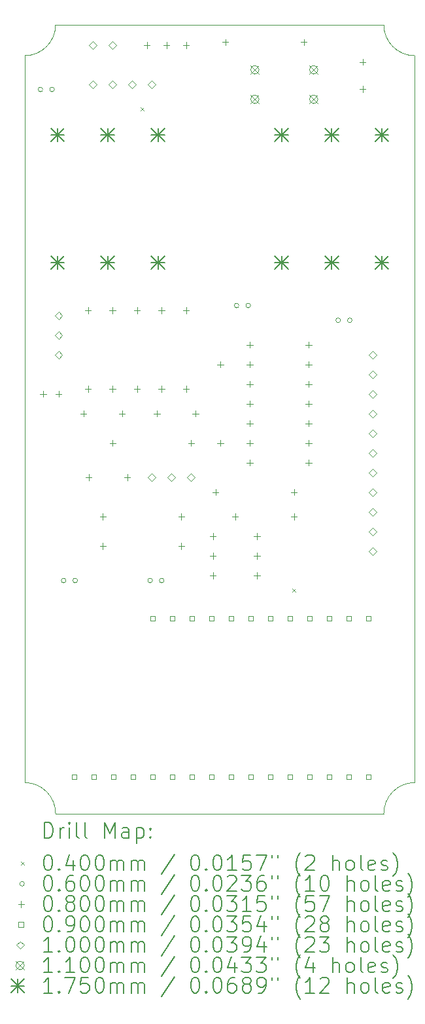
<source format=gbr>
%TF.GenerationSoftware,KiCad,Pcbnew,7.0.6*%
%TF.CreationDate,2024-08-25T10:22:35-07:00*%
%TF.ProjectId,Guitar_waveform_proj,47756974-6172-45f7-9761-7665666f726d,rev?*%
%TF.SameCoordinates,Original*%
%TF.FileFunction,Drillmap*%
%TF.FilePolarity,Positive*%
%FSLAX45Y45*%
G04 Gerber Fmt 4.5, Leading zero omitted, Abs format (unit mm)*
G04 Created by KiCad (PCBNEW 7.0.6) date 2024-08-25 10:22:35*
%MOMM*%
%LPD*%
G01*
G04 APERTURE LIST*
%ADD10C,0.100000*%
%ADD11C,0.200000*%
%ADD12C,0.040000*%
%ADD13C,0.060000*%
%ADD14C,0.080000*%
%ADD15C,0.090000*%
%ADD16C,0.110000*%
%ADD17C,0.175000*%
G04 APERTURE END LIST*
D10*
X15200000Y-3100000D02*
X19450000Y-3100000D01*
X19450000Y-3100000D02*
G75*
G03*
X19850000Y-3500000I400000J0D01*
G01*
X19450000Y-13300000D02*
X15200000Y-13300000D01*
X14800000Y-3500000D02*
G75*
G03*
X15200000Y-3100000I0J400000D01*
G01*
X14800000Y-12900000D02*
X14800000Y-3500000D01*
X15200000Y-13300000D02*
G75*
G03*
X14800000Y-12900000I-400000J0D01*
G01*
X19850000Y-3500000D02*
X19850000Y-12900000D01*
X19850000Y-12900000D02*
G75*
G03*
X19450000Y-13300000I0J-400000D01*
G01*
D11*
D12*
X16299500Y-4171000D02*
X16339500Y-4211000D01*
X16339500Y-4171000D02*
X16299500Y-4211000D01*
X18268000Y-10394000D02*
X18308000Y-10434000D01*
X18308000Y-10394000D02*
X18268000Y-10434000D01*
D13*
X15033500Y-3937000D02*
G75*
G03*
X15033500Y-3937000I-30000J0D01*
G01*
X15183500Y-3937000D02*
G75*
G03*
X15183500Y-3937000I-30000J0D01*
G01*
X15333500Y-10287000D02*
G75*
G03*
X15333500Y-10287000I-30000J0D01*
G01*
X15483500Y-10287000D02*
G75*
G03*
X15483500Y-10287000I-30000J0D01*
G01*
X16453500Y-10287000D02*
G75*
G03*
X16453500Y-10287000I-30000J0D01*
G01*
X16603500Y-10287000D02*
G75*
G03*
X16603500Y-10287000I-30000J0D01*
G01*
X17573500Y-6731000D02*
G75*
G03*
X17573500Y-6731000I-30000J0D01*
G01*
X17723500Y-6731000D02*
G75*
G03*
X17723500Y-6731000I-30000J0D01*
G01*
X18889500Y-6921500D02*
G75*
G03*
X18889500Y-6921500I-30000J0D01*
G01*
X19039500Y-6921500D02*
G75*
G03*
X19039500Y-6921500I-30000J0D01*
G01*
D14*
X15038500Y-7834000D02*
X15038500Y-7914000D01*
X14998500Y-7874000D02*
X15078500Y-7874000D01*
X15238500Y-7834000D02*
X15238500Y-7914000D01*
X15198500Y-7874000D02*
X15278500Y-7874000D01*
X15560000Y-8088000D02*
X15560000Y-8168000D01*
X15520000Y-8128000D02*
X15600000Y-8128000D01*
X15619500Y-6754500D02*
X15619500Y-6834500D01*
X15579500Y-6794500D02*
X15659500Y-6794500D01*
X15619500Y-7770500D02*
X15619500Y-7850500D01*
X15579500Y-7810500D02*
X15659500Y-7810500D01*
X15629000Y-8913500D02*
X15629000Y-8993500D01*
X15589000Y-8953500D02*
X15669000Y-8953500D01*
X15811500Y-9421500D02*
X15811500Y-9501500D01*
X15771500Y-9461500D02*
X15851500Y-9461500D01*
X15811500Y-9802500D02*
X15811500Y-9882500D01*
X15771500Y-9842500D02*
X15851500Y-9842500D01*
X15937000Y-6754500D02*
X15937000Y-6834500D01*
X15897000Y-6794500D02*
X15977000Y-6794500D01*
X15937000Y-7770500D02*
X15937000Y-7850500D01*
X15897000Y-7810500D02*
X15977000Y-7810500D01*
X15938500Y-8469000D02*
X15938500Y-8549000D01*
X15898500Y-8509000D02*
X15978500Y-8509000D01*
X16060000Y-8088000D02*
X16060000Y-8168000D01*
X16020000Y-8128000D02*
X16100000Y-8128000D01*
X16129000Y-8913500D02*
X16129000Y-8993500D01*
X16089000Y-8953500D02*
X16169000Y-8953500D01*
X16254500Y-6754500D02*
X16254500Y-6834500D01*
X16214500Y-6794500D02*
X16294500Y-6794500D01*
X16254500Y-7770500D02*
X16254500Y-7850500D01*
X16214500Y-7810500D02*
X16294500Y-7810500D01*
X16383000Y-3325500D02*
X16383000Y-3405500D01*
X16343000Y-3365500D02*
X16423000Y-3365500D01*
X16512500Y-8088000D02*
X16512500Y-8168000D01*
X16472500Y-8128000D02*
X16552500Y-8128000D01*
X16572000Y-6754500D02*
X16572000Y-6834500D01*
X16532000Y-6794500D02*
X16612000Y-6794500D01*
X16572000Y-7770500D02*
X16572000Y-7850500D01*
X16532000Y-7810500D02*
X16612000Y-7810500D01*
X16637000Y-3325500D02*
X16637000Y-3405500D01*
X16597000Y-3365500D02*
X16677000Y-3365500D01*
X16827500Y-9421500D02*
X16827500Y-9501500D01*
X16787500Y-9461500D02*
X16867500Y-9461500D01*
X16827500Y-9802500D02*
X16827500Y-9882500D01*
X16787500Y-9842500D02*
X16867500Y-9842500D01*
X16889500Y-6754500D02*
X16889500Y-6834500D01*
X16849500Y-6794500D02*
X16929500Y-6794500D01*
X16889500Y-7770500D02*
X16889500Y-7850500D01*
X16849500Y-7810500D02*
X16929500Y-7810500D01*
X16891000Y-3325500D02*
X16891000Y-3405500D01*
X16851000Y-3365500D02*
X16931000Y-3365500D01*
X16954500Y-8469000D02*
X16954500Y-8549000D01*
X16914500Y-8509000D02*
X16994500Y-8509000D01*
X17012500Y-8088000D02*
X17012500Y-8168000D01*
X16972500Y-8128000D02*
X17052500Y-8128000D01*
X17236000Y-9675500D02*
X17236000Y-9755500D01*
X17196000Y-9715500D02*
X17276000Y-9715500D01*
X17236000Y-9929500D02*
X17236000Y-10009500D01*
X17196000Y-9969500D02*
X17276000Y-9969500D01*
X17236000Y-10183500D02*
X17236000Y-10263500D01*
X17196000Y-10223500D02*
X17276000Y-10223500D01*
X17272000Y-9104000D02*
X17272000Y-9184000D01*
X17232000Y-9144000D02*
X17312000Y-9144000D01*
X17334000Y-7453000D02*
X17334000Y-7533000D01*
X17294000Y-7493000D02*
X17374000Y-7493000D01*
X17334000Y-8469000D02*
X17334000Y-8549000D01*
X17294000Y-8509000D02*
X17374000Y-8509000D01*
X17399000Y-3285000D02*
X17399000Y-3365000D01*
X17359000Y-3325000D02*
X17439000Y-3325000D01*
X17526000Y-9421500D02*
X17526000Y-9501500D01*
X17486000Y-9461500D02*
X17566000Y-9461500D01*
X17715000Y-7199000D02*
X17715000Y-7279000D01*
X17675000Y-7239000D02*
X17755000Y-7239000D01*
X17715000Y-7453000D02*
X17715000Y-7533000D01*
X17675000Y-7493000D02*
X17755000Y-7493000D01*
X17715000Y-7707000D02*
X17715000Y-7787000D01*
X17675000Y-7747000D02*
X17755000Y-7747000D01*
X17715000Y-7961000D02*
X17715000Y-8041000D01*
X17675000Y-8001000D02*
X17755000Y-8001000D01*
X17715000Y-8215000D02*
X17715000Y-8295000D01*
X17675000Y-8255000D02*
X17755000Y-8255000D01*
X17715000Y-8469000D02*
X17715000Y-8549000D01*
X17675000Y-8509000D02*
X17755000Y-8509000D01*
X17715000Y-8723000D02*
X17715000Y-8803000D01*
X17675000Y-8763000D02*
X17755000Y-8763000D01*
X17807500Y-9675500D02*
X17807500Y-9755500D01*
X17767500Y-9715500D02*
X17847500Y-9715500D01*
X17807500Y-9929500D02*
X17807500Y-10009500D01*
X17767500Y-9969500D02*
X17847500Y-9969500D01*
X17807500Y-10183500D02*
X17807500Y-10263500D01*
X17767500Y-10223500D02*
X17847500Y-10223500D01*
X18288000Y-9104000D02*
X18288000Y-9184000D01*
X18248000Y-9144000D02*
X18328000Y-9144000D01*
X18288000Y-9421500D02*
X18288000Y-9501500D01*
X18248000Y-9461500D02*
X18328000Y-9461500D01*
X18415000Y-3285000D02*
X18415000Y-3365000D01*
X18375000Y-3325000D02*
X18455000Y-3325000D01*
X18477000Y-7199000D02*
X18477000Y-7279000D01*
X18437000Y-7239000D02*
X18517000Y-7239000D01*
X18477000Y-7453000D02*
X18477000Y-7533000D01*
X18437000Y-7493000D02*
X18517000Y-7493000D01*
X18477000Y-7707000D02*
X18477000Y-7787000D01*
X18437000Y-7747000D02*
X18517000Y-7747000D01*
X18477000Y-7961000D02*
X18477000Y-8041000D01*
X18437000Y-8001000D02*
X18517000Y-8001000D01*
X18477000Y-8215000D02*
X18477000Y-8295000D01*
X18437000Y-8255000D02*
X18517000Y-8255000D01*
X18477000Y-8469000D02*
X18477000Y-8549000D01*
X18437000Y-8509000D02*
X18517000Y-8509000D01*
X18477000Y-8723000D02*
X18477000Y-8803000D01*
X18437000Y-8763000D02*
X18517000Y-8763000D01*
X19177000Y-3541235D02*
X19177000Y-3621235D01*
X19137000Y-3581235D02*
X19217000Y-3581235D01*
X19177000Y-3891235D02*
X19177000Y-3971235D01*
X19137000Y-3931235D02*
X19217000Y-3931235D01*
D15*
X15471020Y-12856420D02*
X15471020Y-12792780D01*
X15407380Y-12792780D01*
X15407380Y-12856420D01*
X15471020Y-12856420D01*
X15725020Y-12856420D02*
X15725020Y-12792780D01*
X15661380Y-12792780D01*
X15661380Y-12856420D01*
X15725020Y-12856420D01*
X15979020Y-12856420D02*
X15979020Y-12792780D01*
X15915380Y-12792780D01*
X15915380Y-12856420D01*
X15979020Y-12856420D01*
X16233020Y-12856420D02*
X16233020Y-12792780D01*
X16169380Y-12792780D01*
X16169380Y-12856420D01*
X16233020Y-12856420D01*
X16487020Y-10809220D02*
X16487020Y-10745580D01*
X16423380Y-10745580D01*
X16423380Y-10809220D01*
X16487020Y-10809220D01*
X16487020Y-12856420D02*
X16487020Y-12792780D01*
X16423380Y-12792780D01*
X16423380Y-12856420D01*
X16487020Y-12856420D01*
X16741020Y-10809220D02*
X16741020Y-10745580D01*
X16677380Y-10745580D01*
X16677380Y-10809220D01*
X16741020Y-10809220D01*
X16741020Y-12856420D02*
X16741020Y-12792780D01*
X16677380Y-12792780D01*
X16677380Y-12856420D01*
X16741020Y-12856420D01*
X16995020Y-10809220D02*
X16995020Y-10745580D01*
X16931380Y-10745580D01*
X16931380Y-10809220D01*
X16995020Y-10809220D01*
X16995020Y-12856420D02*
X16995020Y-12792780D01*
X16931380Y-12792780D01*
X16931380Y-12856420D01*
X16995020Y-12856420D01*
X17249020Y-10809220D02*
X17249020Y-10745580D01*
X17185380Y-10745580D01*
X17185380Y-10809220D01*
X17249020Y-10809220D01*
X17249020Y-12856420D02*
X17249020Y-12792780D01*
X17185380Y-12792780D01*
X17185380Y-12856420D01*
X17249020Y-12856420D01*
X17503020Y-10809220D02*
X17503020Y-10745580D01*
X17439380Y-10745580D01*
X17439380Y-10809220D01*
X17503020Y-10809220D01*
X17503020Y-12856420D02*
X17503020Y-12792780D01*
X17439380Y-12792780D01*
X17439380Y-12856420D01*
X17503020Y-12856420D01*
X17757020Y-10809220D02*
X17757020Y-10745580D01*
X17693380Y-10745580D01*
X17693380Y-10809220D01*
X17757020Y-10809220D01*
X17757020Y-12856420D02*
X17757020Y-12792780D01*
X17693380Y-12792780D01*
X17693380Y-12856420D01*
X17757020Y-12856420D01*
X18011020Y-10809220D02*
X18011020Y-10745580D01*
X17947380Y-10745580D01*
X17947380Y-10809220D01*
X18011020Y-10809220D01*
X18011020Y-12856420D02*
X18011020Y-12792780D01*
X17947380Y-12792780D01*
X17947380Y-12856420D01*
X18011020Y-12856420D01*
X18265020Y-10809220D02*
X18265020Y-10745580D01*
X18201380Y-10745580D01*
X18201380Y-10809220D01*
X18265020Y-10809220D01*
X18265020Y-12856420D02*
X18265020Y-12792780D01*
X18201380Y-12792780D01*
X18201380Y-12856420D01*
X18265020Y-12856420D01*
X18519020Y-10809220D02*
X18519020Y-10745580D01*
X18455380Y-10745580D01*
X18455380Y-10809220D01*
X18519020Y-10809220D01*
X18519020Y-12856420D02*
X18519020Y-12792780D01*
X18455380Y-12792780D01*
X18455380Y-12856420D01*
X18519020Y-12856420D01*
X18773020Y-10809220D02*
X18773020Y-10745580D01*
X18709380Y-10745580D01*
X18709380Y-10809220D01*
X18773020Y-10809220D01*
X18773020Y-12856420D02*
X18773020Y-12792780D01*
X18709380Y-12792780D01*
X18709380Y-12856420D01*
X18773020Y-12856420D01*
X19027020Y-10809220D02*
X19027020Y-10745580D01*
X18963380Y-10745580D01*
X18963380Y-10809220D01*
X19027020Y-10809220D01*
X19027020Y-12856420D02*
X19027020Y-12792780D01*
X18963380Y-12792780D01*
X18963380Y-12856420D01*
X19027020Y-12856420D01*
X19281020Y-10809220D02*
X19281020Y-10745580D01*
X19217380Y-10745580D01*
X19217380Y-10809220D01*
X19281020Y-10809220D01*
X19281020Y-12856420D02*
X19281020Y-12792780D01*
X19217380Y-12792780D01*
X19217380Y-12856420D01*
X19281020Y-12856420D01*
D10*
X15238500Y-6908000D02*
X15288500Y-6858000D01*
X15238500Y-6808000D01*
X15188500Y-6858000D01*
X15238500Y-6908000D01*
X15238500Y-7162000D02*
X15288500Y-7112000D01*
X15238500Y-7062000D01*
X15188500Y-7112000D01*
X15238500Y-7162000D01*
X15238500Y-7416000D02*
X15288500Y-7366000D01*
X15238500Y-7316000D01*
X15188500Y-7366000D01*
X15238500Y-7416000D01*
X15684500Y-3923500D02*
X15734500Y-3873500D01*
X15684500Y-3823500D01*
X15634500Y-3873500D01*
X15684500Y-3923500D01*
X15685000Y-3415500D02*
X15735000Y-3365500D01*
X15685000Y-3315500D01*
X15635000Y-3365500D01*
X15685000Y-3415500D01*
X15938500Y-3923500D02*
X15988500Y-3873500D01*
X15938500Y-3823500D01*
X15888500Y-3873500D01*
X15938500Y-3923500D01*
X15939000Y-3415500D02*
X15989000Y-3365500D01*
X15939000Y-3315500D01*
X15889000Y-3365500D01*
X15939000Y-3415500D01*
X16192500Y-3923500D02*
X16242500Y-3873500D01*
X16192500Y-3823500D01*
X16142500Y-3873500D01*
X16192500Y-3923500D01*
X16446500Y-3923500D02*
X16496500Y-3873500D01*
X16446500Y-3823500D01*
X16396500Y-3873500D01*
X16446500Y-3923500D01*
X16446500Y-9003500D02*
X16496500Y-8953500D01*
X16446500Y-8903500D01*
X16396500Y-8953500D01*
X16446500Y-9003500D01*
X16700500Y-9003500D02*
X16750500Y-8953500D01*
X16700500Y-8903500D01*
X16650500Y-8953500D01*
X16700500Y-9003500D01*
X16954500Y-9003500D02*
X17004500Y-8953500D01*
X16954500Y-8903500D01*
X16904500Y-8953500D01*
X16954500Y-9003500D01*
X19304000Y-7416000D02*
X19354000Y-7366000D01*
X19304000Y-7316000D01*
X19254000Y-7366000D01*
X19304000Y-7416000D01*
X19304000Y-7670000D02*
X19354000Y-7620000D01*
X19304000Y-7570000D01*
X19254000Y-7620000D01*
X19304000Y-7670000D01*
X19304000Y-7924000D02*
X19354000Y-7874000D01*
X19304000Y-7824000D01*
X19254000Y-7874000D01*
X19304000Y-7924000D01*
X19304000Y-8178000D02*
X19354000Y-8128000D01*
X19304000Y-8078000D01*
X19254000Y-8128000D01*
X19304000Y-8178000D01*
X19304000Y-8432000D02*
X19354000Y-8382000D01*
X19304000Y-8332000D01*
X19254000Y-8382000D01*
X19304000Y-8432000D01*
X19304000Y-8686000D02*
X19354000Y-8636000D01*
X19304000Y-8586000D01*
X19254000Y-8636000D01*
X19304000Y-8686000D01*
X19304000Y-8940000D02*
X19354000Y-8890000D01*
X19304000Y-8840000D01*
X19254000Y-8890000D01*
X19304000Y-8940000D01*
X19304000Y-9194000D02*
X19354000Y-9144000D01*
X19304000Y-9094000D01*
X19254000Y-9144000D01*
X19304000Y-9194000D01*
X19304000Y-9448000D02*
X19354000Y-9398000D01*
X19304000Y-9348000D01*
X19254000Y-9398000D01*
X19304000Y-9448000D01*
X19304000Y-9702000D02*
X19354000Y-9652000D01*
X19304000Y-9602000D01*
X19254000Y-9652000D01*
X19304000Y-9702000D01*
X19304000Y-9956000D02*
X19354000Y-9906000D01*
X19304000Y-9856000D01*
X19254000Y-9906000D01*
X19304000Y-9956000D01*
D16*
X17725000Y-3628000D02*
X17835000Y-3738000D01*
X17835000Y-3628000D02*
X17725000Y-3738000D01*
X17835000Y-3683000D02*
G75*
G03*
X17835000Y-3683000I-55000J0D01*
G01*
X17725000Y-4009000D02*
X17835000Y-4119000D01*
X17835000Y-4009000D02*
X17725000Y-4119000D01*
X17835000Y-4064000D02*
G75*
G03*
X17835000Y-4064000I-55000J0D01*
G01*
X18487000Y-3628000D02*
X18597000Y-3738000D01*
X18597000Y-3628000D02*
X18487000Y-3738000D01*
X18597000Y-3683000D02*
G75*
G03*
X18597000Y-3683000I-55000J0D01*
G01*
X18487000Y-4009000D02*
X18597000Y-4119000D01*
X18597000Y-4009000D02*
X18487000Y-4119000D01*
X18597000Y-4064000D02*
G75*
G03*
X18597000Y-4064000I-55000J0D01*
G01*
D17*
X15137500Y-4437500D02*
X15312500Y-4612500D01*
X15312500Y-4437500D02*
X15137500Y-4612500D01*
X15225000Y-4437500D02*
X15225000Y-4612500D01*
X15137500Y-4525000D02*
X15312500Y-4525000D01*
X15137500Y-6087500D02*
X15312500Y-6262500D01*
X15312500Y-6087500D02*
X15137500Y-6262500D01*
X15225000Y-6087500D02*
X15225000Y-6262500D01*
X15137500Y-6175000D02*
X15312500Y-6175000D01*
X15787500Y-4437500D02*
X15962500Y-4612500D01*
X15962500Y-4437500D02*
X15787500Y-4612500D01*
X15875000Y-4437500D02*
X15875000Y-4612500D01*
X15787500Y-4525000D02*
X15962500Y-4525000D01*
X15787500Y-6087500D02*
X15962500Y-6262500D01*
X15962500Y-6087500D02*
X15787500Y-6262500D01*
X15875000Y-6087500D02*
X15875000Y-6262500D01*
X15787500Y-6175000D02*
X15962500Y-6175000D01*
X16437500Y-4437500D02*
X16612500Y-4612500D01*
X16612500Y-4437500D02*
X16437500Y-4612500D01*
X16525000Y-4437500D02*
X16525000Y-4612500D01*
X16437500Y-4525000D02*
X16612500Y-4525000D01*
X16437500Y-6087500D02*
X16612500Y-6262500D01*
X16612500Y-6087500D02*
X16437500Y-6262500D01*
X16525000Y-6087500D02*
X16525000Y-6262500D01*
X16437500Y-6175000D02*
X16612500Y-6175000D01*
X18037500Y-4437500D02*
X18212500Y-4612500D01*
X18212500Y-4437500D02*
X18037500Y-4612500D01*
X18125000Y-4437500D02*
X18125000Y-4612500D01*
X18037500Y-4525000D02*
X18212500Y-4525000D01*
X18037500Y-6087500D02*
X18212500Y-6262500D01*
X18212500Y-6087500D02*
X18037500Y-6262500D01*
X18125000Y-6087500D02*
X18125000Y-6262500D01*
X18037500Y-6175000D02*
X18212500Y-6175000D01*
X18687500Y-4437500D02*
X18862500Y-4612500D01*
X18862500Y-4437500D02*
X18687500Y-4612500D01*
X18775000Y-4437500D02*
X18775000Y-4612500D01*
X18687500Y-4525000D02*
X18862500Y-4525000D01*
X18687500Y-6087500D02*
X18862500Y-6262500D01*
X18862500Y-6087500D02*
X18687500Y-6262500D01*
X18775000Y-6087500D02*
X18775000Y-6262500D01*
X18687500Y-6175000D02*
X18862500Y-6175000D01*
X19337500Y-4437500D02*
X19512500Y-4612500D01*
X19512500Y-4437500D02*
X19337500Y-4612500D01*
X19425000Y-4437500D02*
X19425000Y-4612500D01*
X19337500Y-4525000D02*
X19512500Y-4525000D01*
X19337500Y-6087500D02*
X19512500Y-6262500D01*
X19512500Y-6087500D02*
X19337500Y-6262500D01*
X19425000Y-6087500D02*
X19425000Y-6262500D01*
X19337500Y-6175000D02*
X19512500Y-6175000D01*
D11*
X15055777Y-13616484D02*
X15055777Y-13416484D01*
X15055777Y-13416484D02*
X15103396Y-13416484D01*
X15103396Y-13416484D02*
X15131967Y-13426008D01*
X15131967Y-13426008D02*
X15151015Y-13445055D01*
X15151015Y-13445055D02*
X15160539Y-13464103D01*
X15160539Y-13464103D02*
X15170062Y-13502198D01*
X15170062Y-13502198D02*
X15170062Y-13530769D01*
X15170062Y-13530769D02*
X15160539Y-13568865D01*
X15160539Y-13568865D02*
X15151015Y-13587912D01*
X15151015Y-13587912D02*
X15131967Y-13606960D01*
X15131967Y-13606960D02*
X15103396Y-13616484D01*
X15103396Y-13616484D02*
X15055777Y-13616484D01*
X15255777Y-13616484D02*
X15255777Y-13483150D01*
X15255777Y-13521246D02*
X15265301Y-13502198D01*
X15265301Y-13502198D02*
X15274824Y-13492674D01*
X15274824Y-13492674D02*
X15293872Y-13483150D01*
X15293872Y-13483150D02*
X15312920Y-13483150D01*
X15379586Y-13616484D02*
X15379586Y-13483150D01*
X15379586Y-13416484D02*
X15370062Y-13426008D01*
X15370062Y-13426008D02*
X15379586Y-13435531D01*
X15379586Y-13435531D02*
X15389110Y-13426008D01*
X15389110Y-13426008D02*
X15379586Y-13416484D01*
X15379586Y-13416484D02*
X15379586Y-13435531D01*
X15503396Y-13616484D02*
X15484348Y-13606960D01*
X15484348Y-13606960D02*
X15474824Y-13587912D01*
X15474824Y-13587912D02*
X15474824Y-13416484D01*
X15608158Y-13616484D02*
X15589110Y-13606960D01*
X15589110Y-13606960D02*
X15579586Y-13587912D01*
X15579586Y-13587912D02*
X15579586Y-13416484D01*
X15836729Y-13616484D02*
X15836729Y-13416484D01*
X15836729Y-13416484D02*
X15903396Y-13559341D01*
X15903396Y-13559341D02*
X15970062Y-13416484D01*
X15970062Y-13416484D02*
X15970062Y-13616484D01*
X16151015Y-13616484D02*
X16151015Y-13511722D01*
X16151015Y-13511722D02*
X16141491Y-13492674D01*
X16141491Y-13492674D02*
X16122443Y-13483150D01*
X16122443Y-13483150D02*
X16084348Y-13483150D01*
X16084348Y-13483150D02*
X16065301Y-13492674D01*
X16151015Y-13606960D02*
X16131967Y-13616484D01*
X16131967Y-13616484D02*
X16084348Y-13616484D01*
X16084348Y-13616484D02*
X16065301Y-13606960D01*
X16065301Y-13606960D02*
X16055777Y-13587912D01*
X16055777Y-13587912D02*
X16055777Y-13568865D01*
X16055777Y-13568865D02*
X16065301Y-13549817D01*
X16065301Y-13549817D02*
X16084348Y-13540293D01*
X16084348Y-13540293D02*
X16131967Y-13540293D01*
X16131967Y-13540293D02*
X16151015Y-13530769D01*
X16246253Y-13483150D02*
X16246253Y-13683150D01*
X16246253Y-13492674D02*
X16265301Y-13483150D01*
X16265301Y-13483150D02*
X16303396Y-13483150D01*
X16303396Y-13483150D02*
X16322443Y-13492674D01*
X16322443Y-13492674D02*
X16331967Y-13502198D01*
X16331967Y-13502198D02*
X16341491Y-13521246D01*
X16341491Y-13521246D02*
X16341491Y-13578388D01*
X16341491Y-13578388D02*
X16331967Y-13597436D01*
X16331967Y-13597436D02*
X16322443Y-13606960D01*
X16322443Y-13606960D02*
X16303396Y-13616484D01*
X16303396Y-13616484D02*
X16265301Y-13616484D01*
X16265301Y-13616484D02*
X16246253Y-13606960D01*
X16427205Y-13597436D02*
X16436729Y-13606960D01*
X16436729Y-13606960D02*
X16427205Y-13616484D01*
X16427205Y-13616484D02*
X16417682Y-13606960D01*
X16417682Y-13606960D02*
X16427205Y-13597436D01*
X16427205Y-13597436D02*
X16427205Y-13616484D01*
X16427205Y-13492674D02*
X16436729Y-13502198D01*
X16436729Y-13502198D02*
X16427205Y-13511722D01*
X16427205Y-13511722D02*
X16417682Y-13502198D01*
X16417682Y-13502198D02*
X16427205Y-13492674D01*
X16427205Y-13492674D02*
X16427205Y-13511722D01*
D12*
X14755000Y-13925000D02*
X14795000Y-13965000D01*
X14795000Y-13925000D02*
X14755000Y-13965000D01*
D11*
X15093872Y-13836484D02*
X15112920Y-13836484D01*
X15112920Y-13836484D02*
X15131967Y-13846008D01*
X15131967Y-13846008D02*
X15141491Y-13855531D01*
X15141491Y-13855531D02*
X15151015Y-13874579D01*
X15151015Y-13874579D02*
X15160539Y-13912674D01*
X15160539Y-13912674D02*
X15160539Y-13960293D01*
X15160539Y-13960293D02*
X15151015Y-13998388D01*
X15151015Y-13998388D02*
X15141491Y-14017436D01*
X15141491Y-14017436D02*
X15131967Y-14026960D01*
X15131967Y-14026960D02*
X15112920Y-14036484D01*
X15112920Y-14036484D02*
X15093872Y-14036484D01*
X15093872Y-14036484D02*
X15074824Y-14026960D01*
X15074824Y-14026960D02*
X15065301Y-14017436D01*
X15065301Y-14017436D02*
X15055777Y-13998388D01*
X15055777Y-13998388D02*
X15046253Y-13960293D01*
X15046253Y-13960293D02*
X15046253Y-13912674D01*
X15046253Y-13912674D02*
X15055777Y-13874579D01*
X15055777Y-13874579D02*
X15065301Y-13855531D01*
X15065301Y-13855531D02*
X15074824Y-13846008D01*
X15074824Y-13846008D02*
X15093872Y-13836484D01*
X15246253Y-14017436D02*
X15255777Y-14026960D01*
X15255777Y-14026960D02*
X15246253Y-14036484D01*
X15246253Y-14036484D02*
X15236729Y-14026960D01*
X15236729Y-14026960D02*
X15246253Y-14017436D01*
X15246253Y-14017436D02*
X15246253Y-14036484D01*
X15427205Y-13903150D02*
X15427205Y-14036484D01*
X15379586Y-13826960D02*
X15331967Y-13969817D01*
X15331967Y-13969817D02*
X15455777Y-13969817D01*
X15570062Y-13836484D02*
X15589110Y-13836484D01*
X15589110Y-13836484D02*
X15608158Y-13846008D01*
X15608158Y-13846008D02*
X15617682Y-13855531D01*
X15617682Y-13855531D02*
X15627205Y-13874579D01*
X15627205Y-13874579D02*
X15636729Y-13912674D01*
X15636729Y-13912674D02*
X15636729Y-13960293D01*
X15636729Y-13960293D02*
X15627205Y-13998388D01*
X15627205Y-13998388D02*
X15617682Y-14017436D01*
X15617682Y-14017436D02*
X15608158Y-14026960D01*
X15608158Y-14026960D02*
X15589110Y-14036484D01*
X15589110Y-14036484D02*
X15570062Y-14036484D01*
X15570062Y-14036484D02*
X15551015Y-14026960D01*
X15551015Y-14026960D02*
X15541491Y-14017436D01*
X15541491Y-14017436D02*
X15531967Y-13998388D01*
X15531967Y-13998388D02*
X15522443Y-13960293D01*
X15522443Y-13960293D02*
X15522443Y-13912674D01*
X15522443Y-13912674D02*
X15531967Y-13874579D01*
X15531967Y-13874579D02*
X15541491Y-13855531D01*
X15541491Y-13855531D02*
X15551015Y-13846008D01*
X15551015Y-13846008D02*
X15570062Y-13836484D01*
X15760539Y-13836484D02*
X15779586Y-13836484D01*
X15779586Y-13836484D02*
X15798634Y-13846008D01*
X15798634Y-13846008D02*
X15808158Y-13855531D01*
X15808158Y-13855531D02*
X15817682Y-13874579D01*
X15817682Y-13874579D02*
X15827205Y-13912674D01*
X15827205Y-13912674D02*
X15827205Y-13960293D01*
X15827205Y-13960293D02*
X15817682Y-13998388D01*
X15817682Y-13998388D02*
X15808158Y-14017436D01*
X15808158Y-14017436D02*
X15798634Y-14026960D01*
X15798634Y-14026960D02*
X15779586Y-14036484D01*
X15779586Y-14036484D02*
X15760539Y-14036484D01*
X15760539Y-14036484D02*
X15741491Y-14026960D01*
X15741491Y-14026960D02*
X15731967Y-14017436D01*
X15731967Y-14017436D02*
X15722443Y-13998388D01*
X15722443Y-13998388D02*
X15712920Y-13960293D01*
X15712920Y-13960293D02*
X15712920Y-13912674D01*
X15712920Y-13912674D02*
X15722443Y-13874579D01*
X15722443Y-13874579D02*
X15731967Y-13855531D01*
X15731967Y-13855531D02*
X15741491Y-13846008D01*
X15741491Y-13846008D02*
X15760539Y-13836484D01*
X15912920Y-14036484D02*
X15912920Y-13903150D01*
X15912920Y-13922198D02*
X15922443Y-13912674D01*
X15922443Y-13912674D02*
X15941491Y-13903150D01*
X15941491Y-13903150D02*
X15970063Y-13903150D01*
X15970063Y-13903150D02*
X15989110Y-13912674D01*
X15989110Y-13912674D02*
X15998634Y-13931722D01*
X15998634Y-13931722D02*
X15998634Y-14036484D01*
X15998634Y-13931722D02*
X16008158Y-13912674D01*
X16008158Y-13912674D02*
X16027205Y-13903150D01*
X16027205Y-13903150D02*
X16055777Y-13903150D01*
X16055777Y-13903150D02*
X16074824Y-13912674D01*
X16074824Y-13912674D02*
X16084348Y-13931722D01*
X16084348Y-13931722D02*
X16084348Y-14036484D01*
X16179586Y-14036484D02*
X16179586Y-13903150D01*
X16179586Y-13922198D02*
X16189110Y-13912674D01*
X16189110Y-13912674D02*
X16208158Y-13903150D01*
X16208158Y-13903150D02*
X16236729Y-13903150D01*
X16236729Y-13903150D02*
X16255777Y-13912674D01*
X16255777Y-13912674D02*
X16265301Y-13931722D01*
X16265301Y-13931722D02*
X16265301Y-14036484D01*
X16265301Y-13931722D02*
X16274824Y-13912674D01*
X16274824Y-13912674D02*
X16293872Y-13903150D01*
X16293872Y-13903150D02*
X16322443Y-13903150D01*
X16322443Y-13903150D02*
X16341491Y-13912674D01*
X16341491Y-13912674D02*
X16351015Y-13931722D01*
X16351015Y-13931722D02*
X16351015Y-14036484D01*
X16741491Y-13826960D02*
X16570063Y-14084103D01*
X16998634Y-13836484D02*
X17017682Y-13836484D01*
X17017682Y-13836484D02*
X17036729Y-13846008D01*
X17036729Y-13846008D02*
X17046253Y-13855531D01*
X17046253Y-13855531D02*
X17055777Y-13874579D01*
X17055777Y-13874579D02*
X17065301Y-13912674D01*
X17065301Y-13912674D02*
X17065301Y-13960293D01*
X17065301Y-13960293D02*
X17055777Y-13998388D01*
X17055777Y-13998388D02*
X17046253Y-14017436D01*
X17046253Y-14017436D02*
X17036729Y-14026960D01*
X17036729Y-14026960D02*
X17017682Y-14036484D01*
X17017682Y-14036484D02*
X16998634Y-14036484D01*
X16998634Y-14036484D02*
X16979587Y-14026960D01*
X16979587Y-14026960D02*
X16970063Y-14017436D01*
X16970063Y-14017436D02*
X16960539Y-13998388D01*
X16960539Y-13998388D02*
X16951015Y-13960293D01*
X16951015Y-13960293D02*
X16951015Y-13912674D01*
X16951015Y-13912674D02*
X16960539Y-13874579D01*
X16960539Y-13874579D02*
X16970063Y-13855531D01*
X16970063Y-13855531D02*
X16979587Y-13846008D01*
X16979587Y-13846008D02*
X16998634Y-13836484D01*
X17151015Y-14017436D02*
X17160539Y-14026960D01*
X17160539Y-14026960D02*
X17151015Y-14036484D01*
X17151015Y-14036484D02*
X17141491Y-14026960D01*
X17141491Y-14026960D02*
X17151015Y-14017436D01*
X17151015Y-14017436D02*
X17151015Y-14036484D01*
X17284348Y-13836484D02*
X17303396Y-13836484D01*
X17303396Y-13836484D02*
X17322444Y-13846008D01*
X17322444Y-13846008D02*
X17331968Y-13855531D01*
X17331968Y-13855531D02*
X17341491Y-13874579D01*
X17341491Y-13874579D02*
X17351015Y-13912674D01*
X17351015Y-13912674D02*
X17351015Y-13960293D01*
X17351015Y-13960293D02*
X17341491Y-13998388D01*
X17341491Y-13998388D02*
X17331968Y-14017436D01*
X17331968Y-14017436D02*
X17322444Y-14026960D01*
X17322444Y-14026960D02*
X17303396Y-14036484D01*
X17303396Y-14036484D02*
X17284348Y-14036484D01*
X17284348Y-14036484D02*
X17265301Y-14026960D01*
X17265301Y-14026960D02*
X17255777Y-14017436D01*
X17255777Y-14017436D02*
X17246253Y-13998388D01*
X17246253Y-13998388D02*
X17236729Y-13960293D01*
X17236729Y-13960293D02*
X17236729Y-13912674D01*
X17236729Y-13912674D02*
X17246253Y-13874579D01*
X17246253Y-13874579D02*
X17255777Y-13855531D01*
X17255777Y-13855531D02*
X17265301Y-13846008D01*
X17265301Y-13846008D02*
X17284348Y-13836484D01*
X17541491Y-14036484D02*
X17427206Y-14036484D01*
X17484348Y-14036484D02*
X17484348Y-13836484D01*
X17484348Y-13836484D02*
X17465301Y-13865055D01*
X17465301Y-13865055D02*
X17446253Y-13884103D01*
X17446253Y-13884103D02*
X17427206Y-13893627D01*
X17722444Y-13836484D02*
X17627206Y-13836484D01*
X17627206Y-13836484D02*
X17617682Y-13931722D01*
X17617682Y-13931722D02*
X17627206Y-13922198D01*
X17627206Y-13922198D02*
X17646253Y-13912674D01*
X17646253Y-13912674D02*
X17693872Y-13912674D01*
X17693872Y-13912674D02*
X17712920Y-13922198D01*
X17712920Y-13922198D02*
X17722444Y-13931722D01*
X17722444Y-13931722D02*
X17731968Y-13950769D01*
X17731968Y-13950769D02*
X17731968Y-13998388D01*
X17731968Y-13998388D02*
X17722444Y-14017436D01*
X17722444Y-14017436D02*
X17712920Y-14026960D01*
X17712920Y-14026960D02*
X17693872Y-14036484D01*
X17693872Y-14036484D02*
X17646253Y-14036484D01*
X17646253Y-14036484D02*
X17627206Y-14026960D01*
X17627206Y-14026960D02*
X17617682Y-14017436D01*
X17798634Y-13836484D02*
X17931968Y-13836484D01*
X17931968Y-13836484D02*
X17846253Y-14036484D01*
X17998634Y-13836484D02*
X17998634Y-13874579D01*
X18074825Y-13836484D02*
X18074825Y-13874579D01*
X18370063Y-14112674D02*
X18360539Y-14103150D01*
X18360539Y-14103150D02*
X18341491Y-14074579D01*
X18341491Y-14074579D02*
X18331968Y-14055531D01*
X18331968Y-14055531D02*
X18322444Y-14026960D01*
X18322444Y-14026960D02*
X18312920Y-13979341D01*
X18312920Y-13979341D02*
X18312920Y-13941246D01*
X18312920Y-13941246D02*
X18322444Y-13893627D01*
X18322444Y-13893627D02*
X18331968Y-13865055D01*
X18331968Y-13865055D02*
X18341491Y-13846008D01*
X18341491Y-13846008D02*
X18360539Y-13817436D01*
X18360539Y-13817436D02*
X18370063Y-13807912D01*
X18436730Y-13855531D02*
X18446253Y-13846008D01*
X18446253Y-13846008D02*
X18465301Y-13836484D01*
X18465301Y-13836484D02*
X18512920Y-13836484D01*
X18512920Y-13836484D02*
X18531968Y-13846008D01*
X18531968Y-13846008D02*
X18541491Y-13855531D01*
X18541491Y-13855531D02*
X18551015Y-13874579D01*
X18551015Y-13874579D02*
X18551015Y-13893627D01*
X18551015Y-13893627D02*
X18541491Y-13922198D01*
X18541491Y-13922198D02*
X18427206Y-14036484D01*
X18427206Y-14036484D02*
X18551015Y-14036484D01*
X18789111Y-14036484D02*
X18789111Y-13836484D01*
X18874825Y-14036484D02*
X18874825Y-13931722D01*
X18874825Y-13931722D02*
X18865301Y-13912674D01*
X18865301Y-13912674D02*
X18846253Y-13903150D01*
X18846253Y-13903150D02*
X18817682Y-13903150D01*
X18817682Y-13903150D02*
X18798634Y-13912674D01*
X18798634Y-13912674D02*
X18789111Y-13922198D01*
X18998634Y-14036484D02*
X18979587Y-14026960D01*
X18979587Y-14026960D02*
X18970063Y-14017436D01*
X18970063Y-14017436D02*
X18960539Y-13998388D01*
X18960539Y-13998388D02*
X18960539Y-13941246D01*
X18960539Y-13941246D02*
X18970063Y-13922198D01*
X18970063Y-13922198D02*
X18979587Y-13912674D01*
X18979587Y-13912674D02*
X18998634Y-13903150D01*
X18998634Y-13903150D02*
X19027206Y-13903150D01*
X19027206Y-13903150D02*
X19046253Y-13912674D01*
X19046253Y-13912674D02*
X19055777Y-13922198D01*
X19055777Y-13922198D02*
X19065301Y-13941246D01*
X19065301Y-13941246D02*
X19065301Y-13998388D01*
X19065301Y-13998388D02*
X19055777Y-14017436D01*
X19055777Y-14017436D02*
X19046253Y-14026960D01*
X19046253Y-14026960D02*
X19027206Y-14036484D01*
X19027206Y-14036484D02*
X18998634Y-14036484D01*
X19179587Y-14036484D02*
X19160539Y-14026960D01*
X19160539Y-14026960D02*
X19151015Y-14007912D01*
X19151015Y-14007912D02*
X19151015Y-13836484D01*
X19331968Y-14026960D02*
X19312920Y-14036484D01*
X19312920Y-14036484D02*
X19274825Y-14036484D01*
X19274825Y-14036484D02*
X19255777Y-14026960D01*
X19255777Y-14026960D02*
X19246253Y-14007912D01*
X19246253Y-14007912D02*
X19246253Y-13931722D01*
X19246253Y-13931722D02*
X19255777Y-13912674D01*
X19255777Y-13912674D02*
X19274825Y-13903150D01*
X19274825Y-13903150D02*
X19312920Y-13903150D01*
X19312920Y-13903150D02*
X19331968Y-13912674D01*
X19331968Y-13912674D02*
X19341492Y-13931722D01*
X19341492Y-13931722D02*
X19341492Y-13950769D01*
X19341492Y-13950769D02*
X19246253Y-13969817D01*
X19417682Y-14026960D02*
X19436730Y-14036484D01*
X19436730Y-14036484D02*
X19474825Y-14036484D01*
X19474825Y-14036484D02*
X19493873Y-14026960D01*
X19493873Y-14026960D02*
X19503396Y-14007912D01*
X19503396Y-14007912D02*
X19503396Y-13998388D01*
X19503396Y-13998388D02*
X19493873Y-13979341D01*
X19493873Y-13979341D02*
X19474825Y-13969817D01*
X19474825Y-13969817D02*
X19446253Y-13969817D01*
X19446253Y-13969817D02*
X19427206Y-13960293D01*
X19427206Y-13960293D02*
X19417682Y-13941246D01*
X19417682Y-13941246D02*
X19417682Y-13931722D01*
X19417682Y-13931722D02*
X19427206Y-13912674D01*
X19427206Y-13912674D02*
X19446253Y-13903150D01*
X19446253Y-13903150D02*
X19474825Y-13903150D01*
X19474825Y-13903150D02*
X19493873Y-13912674D01*
X19570063Y-14112674D02*
X19579587Y-14103150D01*
X19579587Y-14103150D02*
X19598634Y-14074579D01*
X19598634Y-14074579D02*
X19608158Y-14055531D01*
X19608158Y-14055531D02*
X19617682Y-14026960D01*
X19617682Y-14026960D02*
X19627206Y-13979341D01*
X19627206Y-13979341D02*
X19627206Y-13941246D01*
X19627206Y-13941246D02*
X19617682Y-13893627D01*
X19617682Y-13893627D02*
X19608158Y-13865055D01*
X19608158Y-13865055D02*
X19598634Y-13846008D01*
X19598634Y-13846008D02*
X19579587Y-13817436D01*
X19579587Y-13817436D02*
X19570063Y-13807912D01*
D13*
X14795000Y-14209000D02*
G75*
G03*
X14795000Y-14209000I-30000J0D01*
G01*
D11*
X15093872Y-14100484D02*
X15112920Y-14100484D01*
X15112920Y-14100484D02*
X15131967Y-14110008D01*
X15131967Y-14110008D02*
X15141491Y-14119531D01*
X15141491Y-14119531D02*
X15151015Y-14138579D01*
X15151015Y-14138579D02*
X15160539Y-14176674D01*
X15160539Y-14176674D02*
X15160539Y-14224293D01*
X15160539Y-14224293D02*
X15151015Y-14262388D01*
X15151015Y-14262388D02*
X15141491Y-14281436D01*
X15141491Y-14281436D02*
X15131967Y-14290960D01*
X15131967Y-14290960D02*
X15112920Y-14300484D01*
X15112920Y-14300484D02*
X15093872Y-14300484D01*
X15093872Y-14300484D02*
X15074824Y-14290960D01*
X15074824Y-14290960D02*
X15065301Y-14281436D01*
X15065301Y-14281436D02*
X15055777Y-14262388D01*
X15055777Y-14262388D02*
X15046253Y-14224293D01*
X15046253Y-14224293D02*
X15046253Y-14176674D01*
X15046253Y-14176674D02*
X15055777Y-14138579D01*
X15055777Y-14138579D02*
X15065301Y-14119531D01*
X15065301Y-14119531D02*
X15074824Y-14110008D01*
X15074824Y-14110008D02*
X15093872Y-14100484D01*
X15246253Y-14281436D02*
X15255777Y-14290960D01*
X15255777Y-14290960D02*
X15246253Y-14300484D01*
X15246253Y-14300484D02*
X15236729Y-14290960D01*
X15236729Y-14290960D02*
X15246253Y-14281436D01*
X15246253Y-14281436D02*
X15246253Y-14300484D01*
X15427205Y-14100484D02*
X15389110Y-14100484D01*
X15389110Y-14100484D02*
X15370062Y-14110008D01*
X15370062Y-14110008D02*
X15360539Y-14119531D01*
X15360539Y-14119531D02*
X15341491Y-14148103D01*
X15341491Y-14148103D02*
X15331967Y-14186198D01*
X15331967Y-14186198D02*
X15331967Y-14262388D01*
X15331967Y-14262388D02*
X15341491Y-14281436D01*
X15341491Y-14281436D02*
X15351015Y-14290960D01*
X15351015Y-14290960D02*
X15370062Y-14300484D01*
X15370062Y-14300484D02*
X15408158Y-14300484D01*
X15408158Y-14300484D02*
X15427205Y-14290960D01*
X15427205Y-14290960D02*
X15436729Y-14281436D01*
X15436729Y-14281436D02*
X15446253Y-14262388D01*
X15446253Y-14262388D02*
X15446253Y-14214769D01*
X15446253Y-14214769D02*
X15436729Y-14195722D01*
X15436729Y-14195722D02*
X15427205Y-14186198D01*
X15427205Y-14186198D02*
X15408158Y-14176674D01*
X15408158Y-14176674D02*
X15370062Y-14176674D01*
X15370062Y-14176674D02*
X15351015Y-14186198D01*
X15351015Y-14186198D02*
X15341491Y-14195722D01*
X15341491Y-14195722D02*
X15331967Y-14214769D01*
X15570062Y-14100484D02*
X15589110Y-14100484D01*
X15589110Y-14100484D02*
X15608158Y-14110008D01*
X15608158Y-14110008D02*
X15617682Y-14119531D01*
X15617682Y-14119531D02*
X15627205Y-14138579D01*
X15627205Y-14138579D02*
X15636729Y-14176674D01*
X15636729Y-14176674D02*
X15636729Y-14224293D01*
X15636729Y-14224293D02*
X15627205Y-14262388D01*
X15627205Y-14262388D02*
X15617682Y-14281436D01*
X15617682Y-14281436D02*
X15608158Y-14290960D01*
X15608158Y-14290960D02*
X15589110Y-14300484D01*
X15589110Y-14300484D02*
X15570062Y-14300484D01*
X15570062Y-14300484D02*
X15551015Y-14290960D01*
X15551015Y-14290960D02*
X15541491Y-14281436D01*
X15541491Y-14281436D02*
X15531967Y-14262388D01*
X15531967Y-14262388D02*
X15522443Y-14224293D01*
X15522443Y-14224293D02*
X15522443Y-14176674D01*
X15522443Y-14176674D02*
X15531967Y-14138579D01*
X15531967Y-14138579D02*
X15541491Y-14119531D01*
X15541491Y-14119531D02*
X15551015Y-14110008D01*
X15551015Y-14110008D02*
X15570062Y-14100484D01*
X15760539Y-14100484D02*
X15779586Y-14100484D01*
X15779586Y-14100484D02*
X15798634Y-14110008D01*
X15798634Y-14110008D02*
X15808158Y-14119531D01*
X15808158Y-14119531D02*
X15817682Y-14138579D01*
X15817682Y-14138579D02*
X15827205Y-14176674D01*
X15827205Y-14176674D02*
X15827205Y-14224293D01*
X15827205Y-14224293D02*
X15817682Y-14262388D01*
X15817682Y-14262388D02*
X15808158Y-14281436D01*
X15808158Y-14281436D02*
X15798634Y-14290960D01*
X15798634Y-14290960D02*
X15779586Y-14300484D01*
X15779586Y-14300484D02*
X15760539Y-14300484D01*
X15760539Y-14300484D02*
X15741491Y-14290960D01*
X15741491Y-14290960D02*
X15731967Y-14281436D01*
X15731967Y-14281436D02*
X15722443Y-14262388D01*
X15722443Y-14262388D02*
X15712920Y-14224293D01*
X15712920Y-14224293D02*
X15712920Y-14176674D01*
X15712920Y-14176674D02*
X15722443Y-14138579D01*
X15722443Y-14138579D02*
X15731967Y-14119531D01*
X15731967Y-14119531D02*
X15741491Y-14110008D01*
X15741491Y-14110008D02*
X15760539Y-14100484D01*
X15912920Y-14300484D02*
X15912920Y-14167150D01*
X15912920Y-14186198D02*
X15922443Y-14176674D01*
X15922443Y-14176674D02*
X15941491Y-14167150D01*
X15941491Y-14167150D02*
X15970063Y-14167150D01*
X15970063Y-14167150D02*
X15989110Y-14176674D01*
X15989110Y-14176674D02*
X15998634Y-14195722D01*
X15998634Y-14195722D02*
X15998634Y-14300484D01*
X15998634Y-14195722D02*
X16008158Y-14176674D01*
X16008158Y-14176674D02*
X16027205Y-14167150D01*
X16027205Y-14167150D02*
X16055777Y-14167150D01*
X16055777Y-14167150D02*
X16074824Y-14176674D01*
X16074824Y-14176674D02*
X16084348Y-14195722D01*
X16084348Y-14195722D02*
X16084348Y-14300484D01*
X16179586Y-14300484D02*
X16179586Y-14167150D01*
X16179586Y-14186198D02*
X16189110Y-14176674D01*
X16189110Y-14176674D02*
X16208158Y-14167150D01*
X16208158Y-14167150D02*
X16236729Y-14167150D01*
X16236729Y-14167150D02*
X16255777Y-14176674D01*
X16255777Y-14176674D02*
X16265301Y-14195722D01*
X16265301Y-14195722D02*
X16265301Y-14300484D01*
X16265301Y-14195722D02*
X16274824Y-14176674D01*
X16274824Y-14176674D02*
X16293872Y-14167150D01*
X16293872Y-14167150D02*
X16322443Y-14167150D01*
X16322443Y-14167150D02*
X16341491Y-14176674D01*
X16341491Y-14176674D02*
X16351015Y-14195722D01*
X16351015Y-14195722D02*
X16351015Y-14300484D01*
X16741491Y-14090960D02*
X16570063Y-14348103D01*
X16998634Y-14100484D02*
X17017682Y-14100484D01*
X17017682Y-14100484D02*
X17036729Y-14110008D01*
X17036729Y-14110008D02*
X17046253Y-14119531D01*
X17046253Y-14119531D02*
X17055777Y-14138579D01*
X17055777Y-14138579D02*
X17065301Y-14176674D01*
X17065301Y-14176674D02*
X17065301Y-14224293D01*
X17065301Y-14224293D02*
X17055777Y-14262388D01*
X17055777Y-14262388D02*
X17046253Y-14281436D01*
X17046253Y-14281436D02*
X17036729Y-14290960D01*
X17036729Y-14290960D02*
X17017682Y-14300484D01*
X17017682Y-14300484D02*
X16998634Y-14300484D01*
X16998634Y-14300484D02*
X16979587Y-14290960D01*
X16979587Y-14290960D02*
X16970063Y-14281436D01*
X16970063Y-14281436D02*
X16960539Y-14262388D01*
X16960539Y-14262388D02*
X16951015Y-14224293D01*
X16951015Y-14224293D02*
X16951015Y-14176674D01*
X16951015Y-14176674D02*
X16960539Y-14138579D01*
X16960539Y-14138579D02*
X16970063Y-14119531D01*
X16970063Y-14119531D02*
X16979587Y-14110008D01*
X16979587Y-14110008D02*
X16998634Y-14100484D01*
X17151015Y-14281436D02*
X17160539Y-14290960D01*
X17160539Y-14290960D02*
X17151015Y-14300484D01*
X17151015Y-14300484D02*
X17141491Y-14290960D01*
X17141491Y-14290960D02*
X17151015Y-14281436D01*
X17151015Y-14281436D02*
X17151015Y-14300484D01*
X17284348Y-14100484D02*
X17303396Y-14100484D01*
X17303396Y-14100484D02*
X17322444Y-14110008D01*
X17322444Y-14110008D02*
X17331968Y-14119531D01*
X17331968Y-14119531D02*
X17341491Y-14138579D01*
X17341491Y-14138579D02*
X17351015Y-14176674D01*
X17351015Y-14176674D02*
X17351015Y-14224293D01*
X17351015Y-14224293D02*
X17341491Y-14262388D01*
X17341491Y-14262388D02*
X17331968Y-14281436D01*
X17331968Y-14281436D02*
X17322444Y-14290960D01*
X17322444Y-14290960D02*
X17303396Y-14300484D01*
X17303396Y-14300484D02*
X17284348Y-14300484D01*
X17284348Y-14300484D02*
X17265301Y-14290960D01*
X17265301Y-14290960D02*
X17255777Y-14281436D01*
X17255777Y-14281436D02*
X17246253Y-14262388D01*
X17246253Y-14262388D02*
X17236729Y-14224293D01*
X17236729Y-14224293D02*
X17236729Y-14176674D01*
X17236729Y-14176674D02*
X17246253Y-14138579D01*
X17246253Y-14138579D02*
X17255777Y-14119531D01*
X17255777Y-14119531D02*
X17265301Y-14110008D01*
X17265301Y-14110008D02*
X17284348Y-14100484D01*
X17427206Y-14119531D02*
X17436729Y-14110008D01*
X17436729Y-14110008D02*
X17455777Y-14100484D01*
X17455777Y-14100484D02*
X17503396Y-14100484D01*
X17503396Y-14100484D02*
X17522444Y-14110008D01*
X17522444Y-14110008D02*
X17531968Y-14119531D01*
X17531968Y-14119531D02*
X17541491Y-14138579D01*
X17541491Y-14138579D02*
X17541491Y-14157627D01*
X17541491Y-14157627D02*
X17531968Y-14186198D01*
X17531968Y-14186198D02*
X17417682Y-14300484D01*
X17417682Y-14300484D02*
X17541491Y-14300484D01*
X17608158Y-14100484D02*
X17731968Y-14100484D01*
X17731968Y-14100484D02*
X17665301Y-14176674D01*
X17665301Y-14176674D02*
X17693872Y-14176674D01*
X17693872Y-14176674D02*
X17712920Y-14186198D01*
X17712920Y-14186198D02*
X17722444Y-14195722D01*
X17722444Y-14195722D02*
X17731968Y-14214769D01*
X17731968Y-14214769D02*
X17731968Y-14262388D01*
X17731968Y-14262388D02*
X17722444Y-14281436D01*
X17722444Y-14281436D02*
X17712920Y-14290960D01*
X17712920Y-14290960D02*
X17693872Y-14300484D01*
X17693872Y-14300484D02*
X17636729Y-14300484D01*
X17636729Y-14300484D02*
X17617682Y-14290960D01*
X17617682Y-14290960D02*
X17608158Y-14281436D01*
X17903396Y-14100484D02*
X17865301Y-14100484D01*
X17865301Y-14100484D02*
X17846253Y-14110008D01*
X17846253Y-14110008D02*
X17836729Y-14119531D01*
X17836729Y-14119531D02*
X17817682Y-14148103D01*
X17817682Y-14148103D02*
X17808158Y-14186198D01*
X17808158Y-14186198D02*
X17808158Y-14262388D01*
X17808158Y-14262388D02*
X17817682Y-14281436D01*
X17817682Y-14281436D02*
X17827206Y-14290960D01*
X17827206Y-14290960D02*
X17846253Y-14300484D01*
X17846253Y-14300484D02*
X17884349Y-14300484D01*
X17884349Y-14300484D02*
X17903396Y-14290960D01*
X17903396Y-14290960D02*
X17912920Y-14281436D01*
X17912920Y-14281436D02*
X17922444Y-14262388D01*
X17922444Y-14262388D02*
X17922444Y-14214769D01*
X17922444Y-14214769D02*
X17912920Y-14195722D01*
X17912920Y-14195722D02*
X17903396Y-14186198D01*
X17903396Y-14186198D02*
X17884349Y-14176674D01*
X17884349Y-14176674D02*
X17846253Y-14176674D01*
X17846253Y-14176674D02*
X17827206Y-14186198D01*
X17827206Y-14186198D02*
X17817682Y-14195722D01*
X17817682Y-14195722D02*
X17808158Y-14214769D01*
X17998634Y-14100484D02*
X17998634Y-14138579D01*
X18074825Y-14100484D02*
X18074825Y-14138579D01*
X18370063Y-14376674D02*
X18360539Y-14367150D01*
X18360539Y-14367150D02*
X18341491Y-14338579D01*
X18341491Y-14338579D02*
X18331968Y-14319531D01*
X18331968Y-14319531D02*
X18322444Y-14290960D01*
X18322444Y-14290960D02*
X18312920Y-14243341D01*
X18312920Y-14243341D02*
X18312920Y-14205246D01*
X18312920Y-14205246D02*
X18322444Y-14157627D01*
X18322444Y-14157627D02*
X18331968Y-14129055D01*
X18331968Y-14129055D02*
X18341491Y-14110008D01*
X18341491Y-14110008D02*
X18360539Y-14081436D01*
X18360539Y-14081436D02*
X18370063Y-14071912D01*
X18551015Y-14300484D02*
X18436730Y-14300484D01*
X18493872Y-14300484D02*
X18493872Y-14100484D01*
X18493872Y-14100484D02*
X18474825Y-14129055D01*
X18474825Y-14129055D02*
X18455777Y-14148103D01*
X18455777Y-14148103D02*
X18436730Y-14157627D01*
X18674825Y-14100484D02*
X18693872Y-14100484D01*
X18693872Y-14100484D02*
X18712920Y-14110008D01*
X18712920Y-14110008D02*
X18722444Y-14119531D01*
X18722444Y-14119531D02*
X18731968Y-14138579D01*
X18731968Y-14138579D02*
X18741491Y-14176674D01*
X18741491Y-14176674D02*
X18741491Y-14224293D01*
X18741491Y-14224293D02*
X18731968Y-14262388D01*
X18731968Y-14262388D02*
X18722444Y-14281436D01*
X18722444Y-14281436D02*
X18712920Y-14290960D01*
X18712920Y-14290960D02*
X18693872Y-14300484D01*
X18693872Y-14300484D02*
X18674825Y-14300484D01*
X18674825Y-14300484D02*
X18655777Y-14290960D01*
X18655777Y-14290960D02*
X18646253Y-14281436D01*
X18646253Y-14281436D02*
X18636730Y-14262388D01*
X18636730Y-14262388D02*
X18627206Y-14224293D01*
X18627206Y-14224293D02*
X18627206Y-14176674D01*
X18627206Y-14176674D02*
X18636730Y-14138579D01*
X18636730Y-14138579D02*
X18646253Y-14119531D01*
X18646253Y-14119531D02*
X18655777Y-14110008D01*
X18655777Y-14110008D02*
X18674825Y-14100484D01*
X18979587Y-14300484D02*
X18979587Y-14100484D01*
X19065301Y-14300484D02*
X19065301Y-14195722D01*
X19065301Y-14195722D02*
X19055777Y-14176674D01*
X19055777Y-14176674D02*
X19036730Y-14167150D01*
X19036730Y-14167150D02*
X19008158Y-14167150D01*
X19008158Y-14167150D02*
X18989111Y-14176674D01*
X18989111Y-14176674D02*
X18979587Y-14186198D01*
X19189111Y-14300484D02*
X19170063Y-14290960D01*
X19170063Y-14290960D02*
X19160539Y-14281436D01*
X19160539Y-14281436D02*
X19151015Y-14262388D01*
X19151015Y-14262388D02*
X19151015Y-14205246D01*
X19151015Y-14205246D02*
X19160539Y-14186198D01*
X19160539Y-14186198D02*
X19170063Y-14176674D01*
X19170063Y-14176674D02*
X19189111Y-14167150D01*
X19189111Y-14167150D02*
X19217682Y-14167150D01*
X19217682Y-14167150D02*
X19236730Y-14176674D01*
X19236730Y-14176674D02*
X19246253Y-14186198D01*
X19246253Y-14186198D02*
X19255777Y-14205246D01*
X19255777Y-14205246D02*
X19255777Y-14262388D01*
X19255777Y-14262388D02*
X19246253Y-14281436D01*
X19246253Y-14281436D02*
X19236730Y-14290960D01*
X19236730Y-14290960D02*
X19217682Y-14300484D01*
X19217682Y-14300484D02*
X19189111Y-14300484D01*
X19370063Y-14300484D02*
X19351015Y-14290960D01*
X19351015Y-14290960D02*
X19341492Y-14271912D01*
X19341492Y-14271912D02*
X19341492Y-14100484D01*
X19522444Y-14290960D02*
X19503396Y-14300484D01*
X19503396Y-14300484D02*
X19465301Y-14300484D01*
X19465301Y-14300484D02*
X19446253Y-14290960D01*
X19446253Y-14290960D02*
X19436730Y-14271912D01*
X19436730Y-14271912D02*
X19436730Y-14195722D01*
X19436730Y-14195722D02*
X19446253Y-14176674D01*
X19446253Y-14176674D02*
X19465301Y-14167150D01*
X19465301Y-14167150D02*
X19503396Y-14167150D01*
X19503396Y-14167150D02*
X19522444Y-14176674D01*
X19522444Y-14176674D02*
X19531968Y-14195722D01*
X19531968Y-14195722D02*
X19531968Y-14214769D01*
X19531968Y-14214769D02*
X19436730Y-14233817D01*
X19608158Y-14290960D02*
X19627206Y-14300484D01*
X19627206Y-14300484D02*
X19665301Y-14300484D01*
X19665301Y-14300484D02*
X19684349Y-14290960D01*
X19684349Y-14290960D02*
X19693873Y-14271912D01*
X19693873Y-14271912D02*
X19693873Y-14262388D01*
X19693873Y-14262388D02*
X19684349Y-14243341D01*
X19684349Y-14243341D02*
X19665301Y-14233817D01*
X19665301Y-14233817D02*
X19636730Y-14233817D01*
X19636730Y-14233817D02*
X19617682Y-14224293D01*
X19617682Y-14224293D02*
X19608158Y-14205246D01*
X19608158Y-14205246D02*
X19608158Y-14195722D01*
X19608158Y-14195722D02*
X19617682Y-14176674D01*
X19617682Y-14176674D02*
X19636730Y-14167150D01*
X19636730Y-14167150D02*
X19665301Y-14167150D01*
X19665301Y-14167150D02*
X19684349Y-14176674D01*
X19760539Y-14376674D02*
X19770063Y-14367150D01*
X19770063Y-14367150D02*
X19789111Y-14338579D01*
X19789111Y-14338579D02*
X19798634Y-14319531D01*
X19798634Y-14319531D02*
X19808158Y-14290960D01*
X19808158Y-14290960D02*
X19817682Y-14243341D01*
X19817682Y-14243341D02*
X19817682Y-14205246D01*
X19817682Y-14205246D02*
X19808158Y-14157627D01*
X19808158Y-14157627D02*
X19798634Y-14129055D01*
X19798634Y-14129055D02*
X19789111Y-14110008D01*
X19789111Y-14110008D02*
X19770063Y-14081436D01*
X19770063Y-14081436D02*
X19760539Y-14071912D01*
D14*
X14755000Y-14433000D02*
X14755000Y-14513000D01*
X14715000Y-14473000D02*
X14795000Y-14473000D01*
D11*
X15093872Y-14364484D02*
X15112920Y-14364484D01*
X15112920Y-14364484D02*
X15131967Y-14374008D01*
X15131967Y-14374008D02*
X15141491Y-14383531D01*
X15141491Y-14383531D02*
X15151015Y-14402579D01*
X15151015Y-14402579D02*
X15160539Y-14440674D01*
X15160539Y-14440674D02*
X15160539Y-14488293D01*
X15160539Y-14488293D02*
X15151015Y-14526388D01*
X15151015Y-14526388D02*
X15141491Y-14545436D01*
X15141491Y-14545436D02*
X15131967Y-14554960D01*
X15131967Y-14554960D02*
X15112920Y-14564484D01*
X15112920Y-14564484D02*
X15093872Y-14564484D01*
X15093872Y-14564484D02*
X15074824Y-14554960D01*
X15074824Y-14554960D02*
X15065301Y-14545436D01*
X15065301Y-14545436D02*
X15055777Y-14526388D01*
X15055777Y-14526388D02*
X15046253Y-14488293D01*
X15046253Y-14488293D02*
X15046253Y-14440674D01*
X15046253Y-14440674D02*
X15055777Y-14402579D01*
X15055777Y-14402579D02*
X15065301Y-14383531D01*
X15065301Y-14383531D02*
X15074824Y-14374008D01*
X15074824Y-14374008D02*
X15093872Y-14364484D01*
X15246253Y-14545436D02*
X15255777Y-14554960D01*
X15255777Y-14554960D02*
X15246253Y-14564484D01*
X15246253Y-14564484D02*
X15236729Y-14554960D01*
X15236729Y-14554960D02*
X15246253Y-14545436D01*
X15246253Y-14545436D02*
X15246253Y-14564484D01*
X15370062Y-14450198D02*
X15351015Y-14440674D01*
X15351015Y-14440674D02*
X15341491Y-14431150D01*
X15341491Y-14431150D02*
X15331967Y-14412103D01*
X15331967Y-14412103D02*
X15331967Y-14402579D01*
X15331967Y-14402579D02*
X15341491Y-14383531D01*
X15341491Y-14383531D02*
X15351015Y-14374008D01*
X15351015Y-14374008D02*
X15370062Y-14364484D01*
X15370062Y-14364484D02*
X15408158Y-14364484D01*
X15408158Y-14364484D02*
X15427205Y-14374008D01*
X15427205Y-14374008D02*
X15436729Y-14383531D01*
X15436729Y-14383531D02*
X15446253Y-14402579D01*
X15446253Y-14402579D02*
X15446253Y-14412103D01*
X15446253Y-14412103D02*
X15436729Y-14431150D01*
X15436729Y-14431150D02*
X15427205Y-14440674D01*
X15427205Y-14440674D02*
X15408158Y-14450198D01*
X15408158Y-14450198D02*
X15370062Y-14450198D01*
X15370062Y-14450198D02*
X15351015Y-14459722D01*
X15351015Y-14459722D02*
X15341491Y-14469246D01*
X15341491Y-14469246D02*
X15331967Y-14488293D01*
X15331967Y-14488293D02*
X15331967Y-14526388D01*
X15331967Y-14526388D02*
X15341491Y-14545436D01*
X15341491Y-14545436D02*
X15351015Y-14554960D01*
X15351015Y-14554960D02*
X15370062Y-14564484D01*
X15370062Y-14564484D02*
X15408158Y-14564484D01*
X15408158Y-14564484D02*
X15427205Y-14554960D01*
X15427205Y-14554960D02*
X15436729Y-14545436D01*
X15436729Y-14545436D02*
X15446253Y-14526388D01*
X15446253Y-14526388D02*
X15446253Y-14488293D01*
X15446253Y-14488293D02*
X15436729Y-14469246D01*
X15436729Y-14469246D02*
X15427205Y-14459722D01*
X15427205Y-14459722D02*
X15408158Y-14450198D01*
X15570062Y-14364484D02*
X15589110Y-14364484D01*
X15589110Y-14364484D02*
X15608158Y-14374008D01*
X15608158Y-14374008D02*
X15617682Y-14383531D01*
X15617682Y-14383531D02*
X15627205Y-14402579D01*
X15627205Y-14402579D02*
X15636729Y-14440674D01*
X15636729Y-14440674D02*
X15636729Y-14488293D01*
X15636729Y-14488293D02*
X15627205Y-14526388D01*
X15627205Y-14526388D02*
X15617682Y-14545436D01*
X15617682Y-14545436D02*
X15608158Y-14554960D01*
X15608158Y-14554960D02*
X15589110Y-14564484D01*
X15589110Y-14564484D02*
X15570062Y-14564484D01*
X15570062Y-14564484D02*
X15551015Y-14554960D01*
X15551015Y-14554960D02*
X15541491Y-14545436D01*
X15541491Y-14545436D02*
X15531967Y-14526388D01*
X15531967Y-14526388D02*
X15522443Y-14488293D01*
X15522443Y-14488293D02*
X15522443Y-14440674D01*
X15522443Y-14440674D02*
X15531967Y-14402579D01*
X15531967Y-14402579D02*
X15541491Y-14383531D01*
X15541491Y-14383531D02*
X15551015Y-14374008D01*
X15551015Y-14374008D02*
X15570062Y-14364484D01*
X15760539Y-14364484D02*
X15779586Y-14364484D01*
X15779586Y-14364484D02*
X15798634Y-14374008D01*
X15798634Y-14374008D02*
X15808158Y-14383531D01*
X15808158Y-14383531D02*
X15817682Y-14402579D01*
X15817682Y-14402579D02*
X15827205Y-14440674D01*
X15827205Y-14440674D02*
X15827205Y-14488293D01*
X15827205Y-14488293D02*
X15817682Y-14526388D01*
X15817682Y-14526388D02*
X15808158Y-14545436D01*
X15808158Y-14545436D02*
X15798634Y-14554960D01*
X15798634Y-14554960D02*
X15779586Y-14564484D01*
X15779586Y-14564484D02*
X15760539Y-14564484D01*
X15760539Y-14564484D02*
X15741491Y-14554960D01*
X15741491Y-14554960D02*
X15731967Y-14545436D01*
X15731967Y-14545436D02*
X15722443Y-14526388D01*
X15722443Y-14526388D02*
X15712920Y-14488293D01*
X15712920Y-14488293D02*
X15712920Y-14440674D01*
X15712920Y-14440674D02*
X15722443Y-14402579D01*
X15722443Y-14402579D02*
X15731967Y-14383531D01*
X15731967Y-14383531D02*
X15741491Y-14374008D01*
X15741491Y-14374008D02*
X15760539Y-14364484D01*
X15912920Y-14564484D02*
X15912920Y-14431150D01*
X15912920Y-14450198D02*
X15922443Y-14440674D01*
X15922443Y-14440674D02*
X15941491Y-14431150D01*
X15941491Y-14431150D02*
X15970063Y-14431150D01*
X15970063Y-14431150D02*
X15989110Y-14440674D01*
X15989110Y-14440674D02*
X15998634Y-14459722D01*
X15998634Y-14459722D02*
X15998634Y-14564484D01*
X15998634Y-14459722D02*
X16008158Y-14440674D01*
X16008158Y-14440674D02*
X16027205Y-14431150D01*
X16027205Y-14431150D02*
X16055777Y-14431150D01*
X16055777Y-14431150D02*
X16074824Y-14440674D01*
X16074824Y-14440674D02*
X16084348Y-14459722D01*
X16084348Y-14459722D02*
X16084348Y-14564484D01*
X16179586Y-14564484D02*
X16179586Y-14431150D01*
X16179586Y-14450198D02*
X16189110Y-14440674D01*
X16189110Y-14440674D02*
X16208158Y-14431150D01*
X16208158Y-14431150D02*
X16236729Y-14431150D01*
X16236729Y-14431150D02*
X16255777Y-14440674D01*
X16255777Y-14440674D02*
X16265301Y-14459722D01*
X16265301Y-14459722D02*
X16265301Y-14564484D01*
X16265301Y-14459722D02*
X16274824Y-14440674D01*
X16274824Y-14440674D02*
X16293872Y-14431150D01*
X16293872Y-14431150D02*
X16322443Y-14431150D01*
X16322443Y-14431150D02*
X16341491Y-14440674D01*
X16341491Y-14440674D02*
X16351015Y-14459722D01*
X16351015Y-14459722D02*
X16351015Y-14564484D01*
X16741491Y-14354960D02*
X16570063Y-14612103D01*
X16998634Y-14364484D02*
X17017682Y-14364484D01*
X17017682Y-14364484D02*
X17036729Y-14374008D01*
X17036729Y-14374008D02*
X17046253Y-14383531D01*
X17046253Y-14383531D02*
X17055777Y-14402579D01*
X17055777Y-14402579D02*
X17065301Y-14440674D01*
X17065301Y-14440674D02*
X17065301Y-14488293D01*
X17065301Y-14488293D02*
X17055777Y-14526388D01*
X17055777Y-14526388D02*
X17046253Y-14545436D01*
X17046253Y-14545436D02*
X17036729Y-14554960D01*
X17036729Y-14554960D02*
X17017682Y-14564484D01*
X17017682Y-14564484D02*
X16998634Y-14564484D01*
X16998634Y-14564484D02*
X16979587Y-14554960D01*
X16979587Y-14554960D02*
X16970063Y-14545436D01*
X16970063Y-14545436D02*
X16960539Y-14526388D01*
X16960539Y-14526388D02*
X16951015Y-14488293D01*
X16951015Y-14488293D02*
X16951015Y-14440674D01*
X16951015Y-14440674D02*
X16960539Y-14402579D01*
X16960539Y-14402579D02*
X16970063Y-14383531D01*
X16970063Y-14383531D02*
X16979587Y-14374008D01*
X16979587Y-14374008D02*
X16998634Y-14364484D01*
X17151015Y-14545436D02*
X17160539Y-14554960D01*
X17160539Y-14554960D02*
X17151015Y-14564484D01*
X17151015Y-14564484D02*
X17141491Y-14554960D01*
X17141491Y-14554960D02*
X17151015Y-14545436D01*
X17151015Y-14545436D02*
X17151015Y-14564484D01*
X17284348Y-14364484D02*
X17303396Y-14364484D01*
X17303396Y-14364484D02*
X17322444Y-14374008D01*
X17322444Y-14374008D02*
X17331968Y-14383531D01*
X17331968Y-14383531D02*
X17341491Y-14402579D01*
X17341491Y-14402579D02*
X17351015Y-14440674D01*
X17351015Y-14440674D02*
X17351015Y-14488293D01*
X17351015Y-14488293D02*
X17341491Y-14526388D01*
X17341491Y-14526388D02*
X17331968Y-14545436D01*
X17331968Y-14545436D02*
X17322444Y-14554960D01*
X17322444Y-14554960D02*
X17303396Y-14564484D01*
X17303396Y-14564484D02*
X17284348Y-14564484D01*
X17284348Y-14564484D02*
X17265301Y-14554960D01*
X17265301Y-14554960D02*
X17255777Y-14545436D01*
X17255777Y-14545436D02*
X17246253Y-14526388D01*
X17246253Y-14526388D02*
X17236729Y-14488293D01*
X17236729Y-14488293D02*
X17236729Y-14440674D01*
X17236729Y-14440674D02*
X17246253Y-14402579D01*
X17246253Y-14402579D02*
X17255777Y-14383531D01*
X17255777Y-14383531D02*
X17265301Y-14374008D01*
X17265301Y-14374008D02*
X17284348Y-14364484D01*
X17417682Y-14364484D02*
X17541491Y-14364484D01*
X17541491Y-14364484D02*
X17474825Y-14440674D01*
X17474825Y-14440674D02*
X17503396Y-14440674D01*
X17503396Y-14440674D02*
X17522444Y-14450198D01*
X17522444Y-14450198D02*
X17531968Y-14459722D01*
X17531968Y-14459722D02*
X17541491Y-14478769D01*
X17541491Y-14478769D02*
X17541491Y-14526388D01*
X17541491Y-14526388D02*
X17531968Y-14545436D01*
X17531968Y-14545436D02*
X17522444Y-14554960D01*
X17522444Y-14554960D02*
X17503396Y-14564484D01*
X17503396Y-14564484D02*
X17446253Y-14564484D01*
X17446253Y-14564484D02*
X17427206Y-14554960D01*
X17427206Y-14554960D02*
X17417682Y-14545436D01*
X17731968Y-14564484D02*
X17617682Y-14564484D01*
X17674825Y-14564484D02*
X17674825Y-14364484D01*
X17674825Y-14364484D02*
X17655777Y-14393055D01*
X17655777Y-14393055D02*
X17636729Y-14412103D01*
X17636729Y-14412103D02*
X17617682Y-14421627D01*
X17912920Y-14364484D02*
X17817682Y-14364484D01*
X17817682Y-14364484D02*
X17808158Y-14459722D01*
X17808158Y-14459722D02*
X17817682Y-14450198D01*
X17817682Y-14450198D02*
X17836729Y-14440674D01*
X17836729Y-14440674D02*
X17884349Y-14440674D01*
X17884349Y-14440674D02*
X17903396Y-14450198D01*
X17903396Y-14450198D02*
X17912920Y-14459722D01*
X17912920Y-14459722D02*
X17922444Y-14478769D01*
X17922444Y-14478769D02*
X17922444Y-14526388D01*
X17922444Y-14526388D02*
X17912920Y-14545436D01*
X17912920Y-14545436D02*
X17903396Y-14554960D01*
X17903396Y-14554960D02*
X17884349Y-14564484D01*
X17884349Y-14564484D02*
X17836729Y-14564484D01*
X17836729Y-14564484D02*
X17817682Y-14554960D01*
X17817682Y-14554960D02*
X17808158Y-14545436D01*
X17998634Y-14364484D02*
X17998634Y-14402579D01*
X18074825Y-14364484D02*
X18074825Y-14402579D01*
X18370063Y-14640674D02*
X18360539Y-14631150D01*
X18360539Y-14631150D02*
X18341491Y-14602579D01*
X18341491Y-14602579D02*
X18331968Y-14583531D01*
X18331968Y-14583531D02*
X18322444Y-14554960D01*
X18322444Y-14554960D02*
X18312920Y-14507341D01*
X18312920Y-14507341D02*
X18312920Y-14469246D01*
X18312920Y-14469246D02*
X18322444Y-14421627D01*
X18322444Y-14421627D02*
X18331968Y-14393055D01*
X18331968Y-14393055D02*
X18341491Y-14374008D01*
X18341491Y-14374008D02*
X18360539Y-14345436D01*
X18360539Y-14345436D02*
X18370063Y-14335912D01*
X18541491Y-14364484D02*
X18446253Y-14364484D01*
X18446253Y-14364484D02*
X18436730Y-14459722D01*
X18436730Y-14459722D02*
X18446253Y-14450198D01*
X18446253Y-14450198D02*
X18465301Y-14440674D01*
X18465301Y-14440674D02*
X18512920Y-14440674D01*
X18512920Y-14440674D02*
X18531968Y-14450198D01*
X18531968Y-14450198D02*
X18541491Y-14459722D01*
X18541491Y-14459722D02*
X18551015Y-14478769D01*
X18551015Y-14478769D02*
X18551015Y-14526388D01*
X18551015Y-14526388D02*
X18541491Y-14545436D01*
X18541491Y-14545436D02*
X18531968Y-14554960D01*
X18531968Y-14554960D02*
X18512920Y-14564484D01*
X18512920Y-14564484D02*
X18465301Y-14564484D01*
X18465301Y-14564484D02*
X18446253Y-14554960D01*
X18446253Y-14554960D02*
X18436730Y-14545436D01*
X18617682Y-14364484D02*
X18751015Y-14364484D01*
X18751015Y-14364484D02*
X18665301Y-14564484D01*
X18979587Y-14564484D02*
X18979587Y-14364484D01*
X19065301Y-14564484D02*
X19065301Y-14459722D01*
X19065301Y-14459722D02*
X19055777Y-14440674D01*
X19055777Y-14440674D02*
X19036730Y-14431150D01*
X19036730Y-14431150D02*
X19008158Y-14431150D01*
X19008158Y-14431150D02*
X18989111Y-14440674D01*
X18989111Y-14440674D02*
X18979587Y-14450198D01*
X19189111Y-14564484D02*
X19170063Y-14554960D01*
X19170063Y-14554960D02*
X19160539Y-14545436D01*
X19160539Y-14545436D02*
X19151015Y-14526388D01*
X19151015Y-14526388D02*
X19151015Y-14469246D01*
X19151015Y-14469246D02*
X19160539Y-14450198D01*
X19160539Y-14450198D02*
X19170063Y-14440674D01*
X19170063Y-14440674D02*
X19189111Y-14431150D01*
X19189111Y-14431150D02*
X19217682Y-14431150D01*
X19217682Y-14431150D02*
X19236730Y-14440674D01*
X19236730Y-14440674D02*
X19246253Y-14450198D01*
X19246253Y-14450198D02*
X19255777Y-14469246D01*
X19255777Y-14469246D02*
X19255777Y-14526388D01*
X19255777Y-14526388D02*
X19246253Y-14545436D01*
X19246253Y-14545436D02*
X19236730Y-14554960D01*
X19236730Y-14554960D02*
X19217682Y-14564484D01*
X19217682Y-14564484D02*
X19189111Y-14564484D01*
X19370063Y-14564484D02*
X19351015Y-14554960D01*
X19351015Y-14554960D02*
X19341492Y-14535912D01*
X19341492Y-14535912D02*
X19341492Y-14364484D01*
X19522444Y-14554960D02*
X19503396Y-14564484D01*
X19503396Y-14564484D02*
X19465301Y-14564484D01*
X19465301Y-14564484D02*
X19446253Y-14554960D01*
X19446253Y-14554960D02*
X19436730Y-14535912D01*
X19436730Y-14535912D02*
X19436730Y-14459722D01*
X19436730Y-14459722D02*
X19446253Y-14440674D01*
X19446253Y-14440674D02*
X19465301Y-14431150D01*
X19465301Y-14431150D02*
X19503396Y-14431150D01*
X19503396Y-14431150D02*
X19522444Y-14440674D01*
X19522444Y-14440674D02*
X19531968Y-14459722D01*
X19531968Y-14459722D02*
X19531968Y-14478769D01*
X19531968Y-14478769D02*
X19436730Y-14497817D01*
X19608158Y-14554960D02*
X19627206Y-14564484D01*
X19627206Y-14564484D02*
X19665301Y-14564484D01*
X19665301Y-14564484D02*
X19684349Y-14554960D01*
X19684349Y-14554960D02*
X19693873Y-14535912D01*
X19693873Y-14535912D02*
X19693873Y-14526388D01*
X19693873Y-14526388D02*
X19684349Y-14507341D01*
X19684349Y-14507341D02*
X19665301Y-14497817D01*
X19665301Y-14497817D02*
X19636730Y-14497817D01*
X19636730Y-14497817D02*
X19617682Y-14488293D01*
X19617682Y-14488293D02*
X19608158Y-14469246D01*
X19608158Y-14469246D02*
X19608158Y-14459722D01*
X19608158Y-14459722D02*
X19617682Y-14440674D01*
X19617682Y-14440674D02*
X19636730Y-14431150D01*
X19636730Y-14431150D02*
X19665301Y-14431150D01*
X19665301Y-14431150D02*
X19684349Y-14440674D01*
X19760539Y-14640674D02*
X19770063Y-14631150D01*
X19770063Y-14631150D02*
X19789111Y-14602579D01*
X19789111Y-14602579D02*
X19798634Y-14583531D01*
X19798634Y-14583531D02*
X19808158Y-14554960D01*
X19808158Y-14554960D02*
X19817682Y-14507341D01*
X19817682Y-14507341D02*
X19817682Y-14469246D01*
X19817682Y-14469246D02*
X19808158Y-14421627D01*
X19808158Y-14421627D02*
X19798634Y-14393055D01*
X19798634Y-14393055D02*
X19789111Y-14374008D01*
X19789111Y-14374008D02*
X19770063Y-14345436D01*
X19770063Y-14345436D02*
X19760539Y-14335912D01*
D15*
X14781820Y-14768820D02*
X14781820Y-14705180D01*
X14718180Y-14705180D01*
X14718180Y-14768820D01*
X14781820Y-14768820D01*
D11*
X15093872Y-14628484D02*
X15112920Y-14628484D01*
X15112920Y-14628484D02*
X15131967Y-14638008D01*
X15131967Y-14638008D02*
X15141491Y-14647531D01*
X15141491Y-14647531D02*
X15151015Y-14666579D01*
X15151015Y-14666579D02*
X15160539Y-14704674D01*
X15160539Y-14704674D02*
X15160539Y-14752293D01*
X15160539Y-14752293D02*
X15151015Y-14790388D01*
X15151015Y-14790388D02*
X15141491Y-14809436D01*
X15141491Y-14809436D02*
X15131967Y-14818960D01*
X15131967Y-14818960D02*
X15112920Y-14828484D01*
X15112920Y-14828484D02*
X15093872Y-14828484D01*
X15093872Y-14828484D02*
X15074824Y-14818960D01*
X15074824Y-14818960D02*
X15065301Y-14809436D01*
X15065301Y-14809436D02*
X15055777Y-14790388D01*
X15055777Y-14790388D02*
X15046253Y-14752293D01*
X15046253Y-14752293D02*
X15046253Y-14704674D01*
X15046253Y-14704674D02*
X15055777Y-14666579D01*
X15055777Y-14666579D02*
X15065301Y-14647531D01*
X15065301Y-14647531D02*
X15074824Y-14638008D01*
X15074824Y-14638008D02*
X15093872Y-14628484D01*
X15246253Y-14809436D02*
X15255777Y-14818960D01*
X15255777Y-14818960D02*
X15246253Y-14828484D01*
X15246253Y-14828484D02*
X15236729Y-14818960D01*
X15236729Y-14818960D02*
X15246253Y-14809436D01*
X15246253Y-14809436D02*
X15246253Y-14828484D01*
X15351015Y-14828484D02*
X15389110Y-14828484D01*
X15389110Y-14828484D02*
X15408158Y-14818960D01*
X15408158Y-14818960D02*
X15417682Y-14809436D01*
X15417682Y-14809436D02*
X15436729Y-14780865D01*
X15436729Y-14780865D02*
X15446253Y-14742769D01*
X15446253Y-14742769D02*
X15446253Y-14666579D01*
X15446253Y-14666579D02*
X15436729Y-14647531D01*
X15436729Y-14647531D02*
X15427205Y-14638008D01*
X15427205Y-14638008D02*
X15408158Y-14628484D01*
X15408158Y-14628484D02*
X15370062Y-14628484D01*
X15370062Y-14628484D02*
X15351015Y-14638008D01*
X15351015Y-14638008D02*
X15341491Y-14647531D01*
X15341491Y-14647531D02*
X15331967Y-14666579D01*
X15331967Y-14666579D02*
X15331967Y-14714198D01*
X15331967Y-14714198D02*
X15341491Y-14733246D01*
X15341491Y-14733246D02*
X15351015Y-14742769D01*
X15351015Y-14742769D02*
X15370062Y-14752293D01*
X15370062Y-14752293D02*
X15408158Y-14752293D01*
X15408158Y-14752293D02*
X15427205Y-14742769D01*
X15427205Y-14742769D02*
X15436729Y-14733246D01*
X15436729Y-14733246D02*
X15446253Y-14714198D01*
X15570062Y-14628484D02*
X15589110Y-14628484D01*
X15589110Y-14628484D02*
X15608158Y-14638008D01*
X15608158Y-14638008D02*
X15617682Y-14647531D01*
X15617682Y-14647531D02*
X15627205Y-14666579D01*
X15627205Y-14666579D02*
X15636729Y-14704674D01*
X15636729Y-14704674D02*
X15636729Y-14752293D01*
X15636729Y-14752293D02*
X15627205Y-14790388D01*
X15627205Y-14790388D02*
X15617682Y-14809436D01*
X15617682Y-14809436D02*
X15608158Y-14818960D01*
X15608158Y-14818960D02*
X15589110Y-14828484D01*
X15589110Y-14828484D02*
X15570062Y-14828484D01*
X15570062Y-14828484D02*
X15551015Y-14818960D01*
X15551015Y-14818960D02*
X15541491Y-14809436D01*
X15541491Y-14809436D02*
X15531967Y-14790388D01*
X15531967Y-14790388D02*
X15522443Y-14752293D01*
X15522443Y-14752293D02*
X15522443Y-14704674D01*
X15522443Y-14704674D02*
X15531967Y-14666579D01*
X15531967Y-14666579D02*
X15541491Y-14647531D01*
X15541491Y-14647531D02*
X15551015Y-14638008D01*
X15551015Y-14638008D02*
X15570062Y-14628484D01*
X15760539Y-14628484D02*
X15779586Y-14628484D01*
X15779586Y-14628484D02*
X15798634Y-14638008D01*
X15798634Y-14638008D02*
X15808158Y-14647531D01*
X15808158Y-14647531D02*
X15817682Y-14666579D01*
X15817682Y-14666579D02*
X15827205Y-14704674D01*
X15827205Y-14704674D02*
X15827205Y-14752293D01*
X15827205Y-14752293D02*
X15817682Y-14790388D01*
X15817682Y-14790388D02*
X15808158Y-14809436D01*
X15808158Y-14809436D02*
X15798634Y-14818960D01*
X15798634Y-14818960D02*
X15779586Y-14828484D01*
X15779586Y-14828484D02*
X15760539Y-14828484D01*
X15760539Y-14828484D02*
X15741491Y-14818960D01*
X15741491Y-14818960D02*
X15731967Y-14809436D01*
X15731967Y-14809436D02*
X15722443Y-14790388D01*
X15722443Y-14790388D02*
X15712920Y-14752293D01*
X15712920Y-14752293D02*
X15712920Y-14704674D01*
X15712920Y-14704674D02*
X15722443Y-14666579D01*
X15722443Y-14666579D02*
X15731967Y-14647531D01*
X15731967Y-14647531D02*
X15741491Y-14638008D01*
X15741491Y-14638008D02*
X15760539Y-14628484D01*
X15912920Y-14828484D02*
X15912920Y-14695150D01*
X15912920Y-14714198D02*
X15922443Y-14704674D01*
X15922443Y-14704674D02*
X15941491Y-14695150D01*
X15941491Y-14695150D02*
X15970063Y-14695150D01*
X15970063Y-14695150D02*
X15989110Y-14704674D01*
X15989110Y-14704674D02*
X15998634Y-14723722D01*
X15998634Y-14723722D02*
X15998634Y-14828484D01*
X15998634Y-14723722D02*
X16008158Y-14704674D01*
X16008158Y-14704674D02*
X16027205Y-14695150D01*
X16027205Y-14695150D02*
X16055777Y-14695150D01*
X16055777Y-14695150D02*
X16074824Y-14704674D01*
X16074824Y-14704674D02*
X16084348Y-14723722D01*
X16084348Y-14723722D02*
X16084348Y-14828484D01*
X16179586Y-14828484D02*
X16179586Y-14695150D01*
X16179586Y-14714198D02*
X16189110Y-14704674D01*
X16189110Y-14704674D02*
X16208158Y-14695150D01*
X16208158Y-14695150D02*
X16236729Y-14695150D01*
X16236729Y-14695150D02*
X16255777Y-14704674D01*
X16255777Y-14704674D02*
X16265301Y-14723722D01*
X16265301Y-14723722D02*
X16265301Y-14828484D01*
X16265301Y-14723722D02*
X16274824Y-14704674D01*
X16274824Y-14704674D02*
X16293872Y-14695150D01*
X16293872Y-14695150D02*
X16322443Y-14695150D01*
X16322443Y-14695150D02*
X16341491Y-14704674D01*
X16341491Y-14704674D02*
X16351015Y-14723722D01*
X16351015Y-14723722D02*
X16351015Y-14828484D01*
X16741491Y-14618960D02*
X16570063Y-14876103D01*
X16998634Y-14628484D02*
X17017682Y-14628484D01*
X17017682Y-14628484D02*
X17036729Y-14638008D01*
X17036729Y-14638008D02*
X17046253Y-14647531D01*
X17046253Y-14647531D02*
X17055777Y-14666579D01*
X17055777Y-14666579D02*
X17065301Y-14704674D01*
X17065301Y-14704674D02*
X17065301Y-14752293D01*
X17065301Y-14752293D02*
X17055777Y-14790388D01*
X17055777Y-14790388D02*
X17046253Y-14809436D01*
X17046253Y-14809436D02*
X17036729Y-14818960D01*
X17036729Y-14818960D02*
X17017682Y-14828484D01*
X17017682Y-14828484D02*
X16998634Y-14828484D01*
X16998634Y-14828484D02*
X16979587Y-14818960D01*
X16979587Y-14818960D02*
X16970063Y-14809436D01*
X16970063Y-14809436D02*
X16960539Y-14790388D01*
X16960539Y-14790388D02*
X16951015Y-14752293D01*
X16951015Y-14752293D02*
X16951015Y-14704674D01*
X16951015Y-14704674D02*
X16960539Y-14666579D01*
X16960539Y-14666579D02*
X16970063Y-14647531D01*
X16970063Y-14647531D02*
X16979587Y-14638008D01*
X16979587Y-14638008D02*
X16998634Y-14628484D01*
X17151015Y-14809436D02*
X17160539Y-14818960D01*
X17160539Y-14818960D02*
X17151015Y-14828484D01*
X17151015Y-14828484D02*
X17141491Y-14818960D01*
X17141491Y-14818960D02*
X17151015Y-14809436D01*
X17151015Y-14809436D02*
X17151015Y-14828484D01*
X17284348Y-14628484D02*
X17303396Y-14628484D01*
X17303396Y-14628484D02*
X17322444Y-14638008D01*
X17322444Y-14638008D02*
X17331968Y-14647531D01*
X17331968Y-14647531D02*
X17341491Y-14666579D01*
X17341491Y-14666579D02*
X17351015Y-14704674D01*
X17351015Y-14704674D02*
X17351015Y-14752293D01*
X17351015Y-14752293D02*
X17341491Y-14790388D01*
X17341491Y-14790388D02*
X17331968Y-14809436D01*
X17331968Y-14809436D02*
X17322444Y-14818960D01*
X17322444Y-14818960D02*
X17303396Y-14828484D01*
X17303396Y-14828484D02*
X17284348Y-14828484D01*
X17284348Y-14828484D02*
X17265301Y-14818960D01*
X17265301Y-14818960D02*
X17255777Y-14809436D01*
X17255777Y-14809436D02*
X17246253Y-14790388D01*
X17246253Y-14790388D02*
X17236729Y-14752293D01*
X17236729Y-14752293D02*
X17236729Y-14704674D01*
X17236729Y-14704674D02*
X17246253Y-14666579D01*
X17246253Y-14666579D02*
X17255777Y-14647531D01*
X17255777Y-14647531D02*
X17265301Y-14638008D01*
X17265301Y-14638008D02*
X17284348Y-14628484D01*
X17417682Y-14628484D02*
X17541491Y-14628484D01*
X17541491Y-14628484D02*
X17474825Y-14704674D01*
X17474825Y-14704674D02*
X17503396Y-14704674D01*
X17503396Y-14704674D02*
X17522444Y-14714198D01*
X17522444Y-14714198D02*
X17531968Y-14723722D01*
X17531968Y-14723722D02*
X17541491Y-14742769D01*
X17541491Y-14742769D02*
X17541491Y-14790388D01*
X17541491Y-14790388D02*
X17531968Y-14809436D01*
X17531968Y-14809436D02*
X17522444Y-14818960D01*
X17522444Y-14818960D02*
X17503396Y-14828484D01*
X17503396Y-14828484D02*
X17446253Y-14828484D01*
X17446253Y-14828484D02*
X17427206Y-14818960D01*
X17427206Y-14818960D02*
X17417682Y-14809436D01*
X17722444Y-14628484D02*
X17627206Y-14628484D01*
X17627206Y-14628484D02*
X17617682Y-14723722D01*
X17617682Y-14723722D02*
X17627206Y-14714198D01*
X17627206Y-14714198D02*
X17646253Y-14704674D01*
X17646253Y-14704674D02*
X17693872Y-14704674D01*
X17693872Y-14704674D02*
X17712920Y-14714198D01*
X17712920Y-14714198D02*
X17722444Y-14723722D01*
X17722444Y-14723722D02*
X17731968Y-14742769D01*
X17731968Y-14742769D02*
X17731968Y-14790388D01*
X17731968Y-14790388D02*
X17722444Y-14809436D01*
X17722444Y-14809436D02*
X17712920Y-14818960D01*
X17712920Y-14818960D02*
X17693872Y-14828484D01*
X17693872Y-14828484D02*
X17646253Y-14828484D01*
X17646253Y-14828484D02*
X17627206Y-14818960D01*
X17627206Y-14818960D02*
X17617682Y-14809436D01*
X17903396Y-14695150D02*
X17903396Y-14828484D01*
X17855777Y-14618960D02*
X17808158Y-14761817D01*
X17808158Y-14761817D02*
X17931968Y-14761817D01*
X17998634Y-14628484D02*
X17998634Y-14666579D01*
X18074825Y-14628484D02*
X18074825Y-14666579D01*
X18370063Y-14904674D02*
X18360539Y-14895150D01*
X18360539Y-14895150D02*
X18341491Y-14866579D01*
X18341491Y-14866579D02*
X18331968Y-14847531D01*
X18331968Y-14847531D02*
X18322444Y-14818960D01*
X18322444Y-14818960D02*
X18312920Y-14771341D01*
X18312920Y-14771341D02*
X18312920Y-14733246D01*
X18312920Y-14733246D02*
X18322444Y-14685627D01*
X18322444Y-14685627D02*
X18331968Y-14657055D01*
X18331968Y-14657055D02*
X18341491Y-14638008D01*
X18341491Y-14638008D02*
X18360539Y-14609436D01*
X18360539Y-14609436D02*
X18370063Y-14599912D01*
X18436730Y-14647531D02*
X18446253Y-14638008D01*
X18446253Y-14638008D02*
X18465301Y-14628484D01*
X18465301Y-14628484D02*
X18512920Y-14628484D01*
X18512920Y-14628484D02*
X18531968Y-14638008D01*
X18531968Y-14638008D02*
X18541491Y-14647531D01*
X18541491Y-14647531D02*
X18551015Y-14666579D01*
X18551015Y-14666579D02*
X18551015Y-14685627D01*
X18551015Y-14685627D02*
X18541491Y-14714198D01*
X18541491Y-14714198D02*
X18427206Y-14828484D01*
X18427206Y-14828484D02*
X18551015Y-14828484D01*
X18665301Y-14714198D02*
X18646253Y-14704674D01*
X18646253Y-14704674D02*
X18636730Y-14695150D01*
X18636730Y-14695150D02*
X18627206Y-14676103D01*
X18627206Y-14676103D02*
X18627206Y-14666579D01*
X18627206Y-14666579D02*
X18636730Y-14647531D01*
X18636730Y-14647531D02*
X18646253Y-14638008D01*
X18646253Y-14638008D02*
X18665301Y-14628484D01*
X18665301Y-14628484D02*
X18703396Y-14628484D01*
X18703396Y-14628484D02*
X18722444Y-14638008D01*
X18722444Y-14638008D02*
X18731968Y-14647531D01*
X18731968Y-14647531D02*
X18741491Y-14666579D01*
X18741491Y-14666579D02*
X18741491Y-14676103D01*
X18741491Y-14676103D02*
X18731968Y-14695150D01*
X18731968Y-14695150D02*
X18722444Y-14704674D01*
X18722444Y-14704674D02*
X18703396Y-14714198D01*
X18703396Y-14714198D02*
X18665301Y-14714198D01*
X18665301Y-14714198D02*
X18646253Y-14723722D01*
X18646253Y-14723722D02*
X18636730Y-14733246D01*
X18636730Y-14733246D02*
X18627206Y-14752293D01*
X18627206Y-14752293D02*
X18627206Y-14790388D01*
X18627206Y-14790388D02*
X18636730Y-14809436D01*
X18636730Y-14809436D02*
X18646253Y-14818960D01*
X18646253Y-14818960D02*
X18665301Y-14828484D01*
X18665301Y-14828484D02*
X18703396Y-14828484D01*
X18703396Y-14828484D02*
X18722444Y-14818960D01*
X18722444Y-14818960D02*
X18731968Y-14809436D01*
X18731968Y-14809436D02*
X18741491Y-14790388D01*
X18741491Y-14790388D02*
X18741491Y-14752293D01*
X18741491Y-14752293D02*
X18731968Y-14733246D01*
X18731968Y-14733246D02*
X18722444Y-14723722D01*
X18722444Y-14723722D02*
X18703396Y-14714198D01*
X18979587Y-14828484D02*
X18979587Y-14628484D01*
X19065301Y-14828484D02*
X19065301Y-14723722D01*
X19065301Y-14723722D02*
X19055777Y-14704674D01*
X19055777Y-14704674D02*
X19036730Y-14695150D01*
X19036730Y-14695150D02*
X19008158Y-14695150D01*
X19008158Y-14695150D02*
X18989111Y-14704674D01*
X18989111Y-14704674D02*
X18979587Y-14714198D01*
X19189111Y-14828484D02*
X19170063Y-14818960D01*
X19170063Y-14818960D02*
X19160539Y-14809436D01*
X19160539Y-14809436D02*
X19151015Y-14790388D01*
X19151015Y-14790388D02*
X19151015Y-14733246D01*
X19151015Y-14733246D02*
X19160539Y-14714198D01*
X19160539Y-14714198D02*
X19170063Y-14704674D01*
X19170063Y-14704674D02*
X19189111Y-14695150D01*
X19189111Y-14695150D02*
X19217682Y-14695150D01*
X19217682Y-14695150D02*
X19236730Y-14704674D01*
X19236730Y-14704674D02*
X19246253Y-14714198D01*
X19246253Y-14714198D02*
X19255777Y-14733246D01*
X19255777Y-14733246D02*
X19255777Y-14790388D01*
X19255777Y-14790388D02*
X19246253Y-14809436D01*
X19246253Y-14809436D02*
X19236730Y-14818960D01*
X19236730Y-14818960D02*
X19217682Y-14828484D01*
X19217682Y-14828484D02*
X19189111Y-14828484D01*
X19370063Y-14828484D02*
X19351015Y-14818960D01*
X19351015Y-14818960D02*
X19341492Y-14799912D01*
X19341492Y-14799912D02*
X19341492Y-14628484D01*
X19522444Y-14818960D02*
X19503396Y-14828484D01*
X19503396Y-14828484D02*
X19465301Y-14828484D01*
X19465301Y-14828484D02*
X19446253Y-14818960D01*
X19446253Y-14818960D02*
X19436730Y-14799912D01*
X19436730Y-14799912D02*
X19436730Y-14723722D01*
X19436730Y-14723722D02*
X19446253Y-14704674D01*
X19446253Y-14704674D02*
X19465301Y-14695150D01*
X19465301Y-14695150D02*
X19503396Y-14695150D01*
X19503396Y-14695150D02*
X19522444Y-14704674D01*
X19522444Y-14704674D02*
X19531968Y-14723722D01*
X19531968Y-14723722D02*
X19531968Y-14742769D01*
X19531968Y-14742769D02*
X19436730Y-14761817D01*
X19608158Y-14818960D02*
X19627206Y-14828484D01*
X19627206Y-14828484D02*
X19665301Y-14828484D01*
X19665301Y-14828484D02*
X19684349Y-14818960D01*
X19684349Y-14818960D02*
X19693873Y-14799912D01*
X19693873Y-14799912D02*
X19693873Y-14790388D01*
X19693873Y-14790388D02*
X19684349Y-14771341D01*
X19684349Y-14771341D02*
X19665301Y-14761817D01*
X19665301Y-14761817D02*
X19636730Y-14761817D01*
X19636730Y-14761817D02*
X19617682Y-14752293D01*
X19617682Y-14752293D02*
X19608158Y-14733246D01*
X19608158Y-14733246D02*
X19608158Y-14723722D01*
X19608158Y-14723722D02*
X19617682Y-14704674D01*
X19617682Y-14704674D02*
X19636730Y-14695150D01*
X19636730Y-14695150D02*
X19665301Y-14695150D01*
X19665301Y-14695150D02*
X19684349Y-14704674D01*
X19760539Y-14904674D02*
X19770063Y-14895150D01*
X19770063Y-14895150D02*
X19789111Y-14866579D01*
X19789111Y-14866579D02*
X19798634Y-14847531D01*
X19798634Y-14847531D02*
X19808158Y-14818960D01*
X19808158Y-14818960D02*
X19817682Y-14771341D01*
X19817682Y-14771341D02*
X19817682Y-14733246D01*
X19817682Y-14733246D02*
X19808158Y-14685627D01*
X19808158Y-14685627D02*
X19798634Y-14657055D01*
X19798634Y-14657055D02*
X19789111Y-14638008D01*
X19789111Y-14638008D02*
X19770063Y-14609436D01*
X19770063Y-14609436D02*
X19760539Y-14599912D01*
D10*
X14745000Y-15051000D02*
X14795000Y-15001000D01*
X14745000Y-14951000D01*
X14695000Y-15001000D01*
X14745000Y-15051000D01*
D11*
X15160539Y-15092484D02*
X15046253Y-15092484D01*
X15103396Y-15092484D02*
X15103396Y-14892484D01*
X15103396Y-14892484D02*
X15084348Y-14921055D01*
X15084348Y-14921055D02*
X15065301Y-14940103D01*
X15065301Y-14940103D02*
X15046253Y-14949627D01*
X15246253Y-15073436D02*
X15255777Y-15082960D01*
X15255777Y-15082960D02*
X15246253Y-15092484D01*
X15246253Y-15092484D02*
X15236729Y-15082960D01*
X15236729Y-15082960D02*
X15246253Y-15073436D01*
X15246253Y-15073436D02*
X15246253Y-15092484D01*
X15379586Y-14892484D02*
X15398634Y-14892484D01*
X15398634Y-14892484D02*
X15417682Y-14902008D01*
X15417682Y-14902008D02*
X15427205Y-14911531D01*
X15427205Y-14911531D02*
X15436729Y-14930579D01*
X15436729Y-14930579D02*
X15446253Y-14968674D01*
X15446253Y-14968674D02*
X15446253Y-15016293D01*
X15446253Y-15016293D02*
X15436729Y-15054388D01*
X15436729Y-15054388D02*
X15427205Y-15073436D01*
X15427205Y-15073436D02*
X15417682Y-15082960D01*
X15417682Y-15082960D02*
X15398634Y-15092484D01*
X15398634Y-15092484D02*
X15379586Y-15092484D01*
X15379586Y-15092484D02*
X15360539Y-15082960D01*
X15360539Y-15082960D02*
X15351015Y-15073436D01*
X15351015Y-15073436D02*
X15341491Y-15054388D01*
X15341491Y-15054388D02*
X15331967Y-15016293D01*
X15331967Y-15016293D02*
X15331967Y-14968674D01*
X15331967Y-14968674D02*
X15341491Y-14930579D01*
X15341491Y-14930579D02*
X15351015Y-14911531D01*
X15351015Y-14911531D02*
X15360539Y-14902008D01*
X15360539Y-14902008D02*
X15379586Y-14892484D01*
X15570062Y-14892484D02*
X15589110Y-14892484D01*
X15589110Y-14892484D02*
X15608158Y-14902008D01*
X15608158Y-14902008D02*
X15617682Y-14911531D01*
X15617682Y-14911531D02*
X15627205Y-14930579D01*
X15627205Y-14930579D02*
X15636729Y-14968674D01*
X15636729Y-14968674D02*
X15636729Y-15016293D01*
X15636729Y-15016293D02*
X15627205Y-15054388D01*
X15627205Y-15054388D02*
X15617682Y-15073436D01*
X15617682Y-15073436D02*
X15608158Y-15082960D01*
X15608158Y-15082960D02*
X15589110Y-15092484D01*
X15589110Y-15092484D02*
X15570062Y-15092484D01*
X15570062Y-15092484D02*
X15551015Y-15082960D01*
X15551015Y-15082960D02*
X15541491Y-15073436D01*
X15541491Y-15073436D02*
X15531967Y-15054388D01*
X15531967Y-15054388D02*
X15522443Y-15016293D01*
X15522443Y-15016293D02*
X15522443Y-14968674D01*
X15522443Y-14968674D02*
X15531967Y-14930579D01*
X15531967Y-14930579D02*
X15541491Y-14911531D01*
X15541491Y-14911531D02*
X15551015Y-14902008D01*
X15551015Y-14902008D02*
X15570062Y-14892484D01*
X15760539Y-14892484D02*
X15779586Y-14892484D01*
X15779586Y-14892484D02*
X15798634Y-14902008D01*
X15798634Y-14902008D02*
X15808158Y-14911531D01*
X15808158Y-14911531D02*
X15817682Y-14930579D01*
X15817682Y-14930579D02*
X15827205Y-14968674D01*
X15827205Y-14968674D02*
X15827205Y-15016293D01*
X15827205Y-15016293D02*
X15817682Y-15054388D01*
X15817682Y-15054388D02*
X15808158Y-15073436D01*
X15808158Y-15073436D02*
X15798634Y-15082960D01*
X15798634Y-15082960D02*
X15779586Y-15092484D01*
X15779586Y-15092484D02*
X15760539Y-15092484D01*
X15760539Y-15092484D02*
X15741491Y-15082960D01*
X15741491Y-15082960D02*
X15731967Y-15073436D01*
X15731967Y-15073436D02*
X15722443Y-15054388D01*
X15722443Y-15054388D02*
X15712920Y-15016293D01*
X15712920Y-15016293D02*
X15712920Y-14968674D01*
X15712920Y-14968674D02*
X15722443Y-14930579D01*
X15722443Y-14930579D02*
X15731967Y-14911531D01*
X15731967Y-14911531D02*
X15741491Y-14902008D01*
X15741491Y-14902008D02*
X15760539Y-14892484D01*
X15912920Y-15092484D02*
X15912920Y-14959150D01*
X15912920Y-14978198D02*
X15922443Y-14968674D01*
X15922443Y-14968674D02*
X15941491Y-14959150D01*
X15941491Y-14959150D02*
X15970063Y-14959150D01*
X15970063Y-14959150D02*
X15989110Y-14968674D01*
X15989110Y-14968674D02*
X15998634Y-14987722D01*
X15998634Y-14987722D02*
X15998634Y-15092484D01*
X15998634Y-14987722D02*
X16008158Y-14968674D01*
X16008158Y-14968674D02*
X16027205Y-14959150D01*
X16027205Y-14959150D02*
X16055777Y-14959150D01*
X16055777Y-14959150D02*
X16074824Y-14968674D01*
X16074824Y-14968674D02*
X16084348Y-14987722D01*
X16084348Y-14987722D02*
X16084348Y-15092484D01*
X16179586Y-15092484D02*
X16179586Y-14959150D01*
X16179586Y-14978198D02*
X16189110Y-14968674D01*
X16189110Y-14968674D02*
X16208158Y-14959150D01*
X16208158Y-14959150D02*
X16236729Y-14959150D01*
X16236729Y-14959150D02*
X16255777Y-14968674D01*
X16255777Y-14968674D02*
X16265301Y-14987722D01*
X16265301Y-14987722D02*
X16265301Y-15092484D01*
X16265301Y-14987722D02*
X16274824Y-14968674D01*
X16274824Y-14968674D02*
X16293872Y-14959150D01*
X16293872Y-14959150D02*
X16322443Y-14959150D01*
X16322443Y-14959150D02*
X16341491Y-14968674D01*
X16341491Y-14968674D02*
X16351015Y-14987722D01*
X16351015Y-14987722D02*
X16351015Y-15092484D01*
X16741491Y-14882960D02*
X16570063Y-15140103D01*
X16998634Y-14892484D02*
X17017682Y-14892484D01*
X17017682Y-14892484D02*
X17036729Y-14902008D01*
X17036729Y-14902008D02*
X17046253Y-14911531D01*
X17046253Y-14911531D02*
X17055777Y-14930579D01*
X17055777Y-14930579D02*
X17065301Y-14968674D01*
X17065301Y-14968674D02*
X17065301Y-15016293D01*
X17065301Y-15016293D02*
X17055777Y-15054388D01*
X17055777Y-15054388D02*
X17046253Y-15073436D01*
X17046253Y-15073436D02*
X17036729Y-15082960D01*
X17036729Y-15082960D02*
X17017682Y-15092484D01*
X17017682Y-15092484D02*
X16998634Y-15092484D01*
X16998634Y-15092484D02*
X16979587Y-15082960D01*
X16979587Y-15082960D02*
X16970063Y-15073436D01*
X16970063Y-15073436D02*
X16960539Y-15054388D01*
X16960539Y-15054388D02*
X16951015Y-15016293D01*
X16951015Y-15016293D02*
X16951015Y-14968674D01*
X16951015Y-14968674D02*
X16960539Y-14930579D01*
X16960539Y-14930579D02*
X16970063Y-14911531D01*
X16970063Y-14911531D02*
X16979587Y-14902008D01*
X16979587Y-14902008D02*
X16998634Y-14892484D01*
X17151015Y-15073436D02*
X17160539Y-15082960D01*
X17160539Y-15082960D02*
X17151015Y-15092484D01*
X17151015Y-15092484D02*
X17141491Y-15082960D01*
X17141491Y-15082960D02*
X17151015Y-15073436D01*
X17151015Y-15073436D02*
X17151015Y-15092484D01*
X17284348Y-14892484D02*
X17303396Y-14892484D01*
X17303396Y-14892484D02*
X17322444Y-14902008D01*
X17322444Y-14902008D02*
X17331968Y-14911531D01*
X17331968Y-14911531D02*
X17341491Y-14930579D01*
X17341491Y-14930579D02*
X17351015Y-14968674D01*
X17351015Y-14968674D02*
X17351015Y-15016293D01*
X17351015Y-15016293D02*
X17341491Y-15054388D01*
X17341491Y-15054388D02*
X17331968Y-15073436D01*
X17331968Y-15073436D02*
X17322444Y-15082960D01*
X17322444Y-15082960D02*
X17303396Y-15092484D01*
X17303396Y-15092484D02*
X17284348Y-15092484D01*
X17284348Y-15092484D02*
X17265301Y-15082960D01*
X17265301Y-15082960D02*
X17255777Y-15073436D01*
X17255777Y-15073436D02*
X17246253Y-15054388D01*
X17246253Y-15054388D02*
X17236729Y-15016293D01*
X17236729Y-15016293D02*
X17236729Y-14968674D01*
X17236729Y-14968674D02*
X17246253Y-14930579D01*
X17246253Y-14930579D02*
X17255777Y-14911531D01*
X17255777Y-14911531D02*
X17265301Y-14902008D01*
X17265301Y-14902008D02*
X17284348Y-14892484D01*
X17417682Y-14892484D02*
X17541491Y-14892484D01*
X17541491Y-14892484D02*
X17474825Y-14968674D01*
X17474825Y-14968674D02*
X17503396Y-14968674D01*
X17503396Y-14968674D02*
X17522444Y-14978198D01*
X17522444Y-14978198D02*
X17531968Y-14987722D01*
X17531968Y-14987722D02*
X17541491Y-15006769D01*
X17541491Y-15006769D02*
X17541491Y-15054388D01*
X17541491Y-15054388D02*
X17531968Y-15073436D01*
X17531968Y-15073436D02*
X17522444Y-15082960D01*
X17522444Y-15082960D02*
X17503396Y-15092484D01*
X17503396Y-15092484D02*
X17446253Y-15092484D01*
X17446253Y-15092484D02*
X17427206Y-15082960D01*
X17427206Y-15082960D02*
X17417682Y-15073436D01*
X17636729Y-15092484D02*
X17674825Y-15092484D01*
X17674825Y-15092484D02*
X17693872Y-15082960D01*
X17693872Y-15082960D02*
X17703396Y-15073436D01*
X17703396Y-15073436D02*
X17722444Y-15044865D01*
X17722444Y-15044865D02*
X17731968Y-15006769D01*
X17731968Y-15006769D02*
X17731968Y-14930579D01*
X17731968Y-14930579D02*
X17722444Y-14911531D01*
X17722444Y-14911531D02*
X17712920Y-14902008D01*
X17712920Y-14902008D02*
X17693872Y-14892484D01*
X17693872Y-14892484D02*
X17655777Y-14892484D01*
X17655777Y-14892484D02*
X17636729Y-14902008D01*
X17636729Y-14902008D02*
X17627206Y-14911531D01*
X17627206Y-14911531D02*
X17617682Y-14930579D01*
X17617682Y-14930579D02*
X17617682Y-14978198D01*
X17617682Y-14978198D02*
X17627206Y-14997246D01*
X17627206Y-14997246D02*
X17636729Y-15006769D01*
X17636729Y-15006769D02*
X17655777Y-15016293D01*
X17655777Y-15016293D02*
X17693872Y-15016293D01*
X17693872Y-15016293D02*
X17712920Y-15006769D01*
X17712920Y-15006769D02*
X17722444Y-14997246D01*
X17722444Y-14997246D02*
X17731968Y-14978198D01*
X17903396Y-14959150D02*
X17903396Y-15092484D01*
X17855777Y-14882960D02*
X17808158Y-15025817D01*
X17808158Y-15025817D02*
X17931968Y-15025817D01*
X17998634Y-14892484D02*
X17998634Y-14930579D01*
X18074825Y-14892484D02*
X18074825Y-14930579D01*
X18370063Y-15168674D02*
X18360539Y-15159150D01*
X18360539Y-15159150D02*
X18341491Y-15130579D01*
X18341491Y-15130579D02*
X18331968Y-15111531D01*
X18331968Y-15111531D02*
X18322444Y-15082960D01*
X18322444Y-15082960D02*
X18312920Y-15035341D01*
X18312920Y-15035341D02*
X18312920Y-14997246D01*
X18312920Y-14997246D02*
X18322444Y-14949627D01*
X18322444Y-14949627D02*
X18331968Y-14921055D01*
X18331968Y-14921055D02*
X18341491Y-14902008D01*
X18341491Y-14902008D02*
X18360539Y-14873436D01*
X18360539Y-14873436D02*
X18370063Y-14863912D01*
X18436730Y-14911531D02*
X18446253Y-14902008D01*
X18446253Y-14902008D02*
X18465301Y-14892484D01*
X18465301Y-14892484D02*
X18512920Y-14892484D01*
X18512920Y-14892484D02*
X18531968Y-14902008D01*
X18531968Y-14902008D02*
X18541491Y-14911531D01*
X18541491Y-14911531D02*
X18551015Y-14930579D01*
X18551015Y-14930579D02*
X18551015Y-14949627D01*
X18551015Y-14949627D02*
X18541491Y-14978198D01*
X18541491Y-14978198D02*
X18427206Y-15092484D01*
X18427206Y-15092484D02*
X18551015Y-15092484D01*
X18617682Y-14892484D02*
X18741491Y-14892484D01*
X18741491Y-14892484D02*
X18674825Y-14968674D01*
X18674825Y-14968674D02*
X18703396Y-14968674D01*
X18703396Y-14968674D02*
X18722444Y-14978198D01*
X18722444Y-14978198D02*
X18731968Y-14987722D01*
X18731968Y-14987722D02*
X18741491Y-15006769D01*
X18741491Y-15006769D02*
X18741491Y-15054388D01*
X18741491Y-15054388D02*
X18731968Y-15073436D01*
X18731968Y-15073436D02*
X18722444Y-15082960D01*
X18722444Y-15082960D02*
X18703396Y-15092484D01*
X18703396Y-15092484D02*
X18646253Y-15092484D01*
X18646253Y-15092484D02*
X18627206Y-15082960D01*
X18627206Y-15082960D02*
X18617682Y-15073436D01*
X18979587Y-15092484D02*
X18979587Y-14892484D01*
X19065301Y-15092484D02*
X19065301Y-14987722D01*
X19065301Y-14987722D02*
X19055777Y-14968674D01*
X19055777Y-14968674D02*
X19036730Y-14959150D01*
X19036730Y-14959150D02*
X19008158Y-14959150D01*
X19008158Y-14959150D02*
X18989111Y-14968674D01*
X18989111Y-14968674D02*
X18979587Y-14978198D01*
X19189111Y-15092484D02*
X19170063Y-15082960D01*
X19170063Y-15082960D02*
X19160539Y-15073436D01*
X19160539Y-15073436D02*
X19151015Y-15054388D01*
X19151015Y-15054388D02*
X19151015Y-14997246D01*
X19151015Y-14997246D02*
X19160539Y-14978198D01*
X19160539Y-14978198D02*
X19170063Y-14968674D01*
X19170063Y-14968674D02*
X19189111Y-14959150D01*
X19189111Y-14959150D02*
X19217682Y-14959150D01*
X19217682Y-14959150D02*
X19236730Y-14968674D01*
X19236730Y-14968674D02*
X19246253Y-14978198D01*
X19246253Y-14978198D02*
X19255777Y-14997246D01*
X19255777Y-14997246D02*
X19255777Y-15054388D01*
X19255777Y-15054388D02*
X19246253Y-15073436D01*
X19246253Y-15073436D02*
X19236730Y-15082960D01*
X19236730Y-15082960D02*
X19217682Y-15092484D01*
X19217682Y-15092484D02*
X19189111Y-15092484D01*
X19370063Y-15092484D02*
X19351015Y-15082960D01*
X19351015Y-15082960D02*
X19341492Y-15063912D01*
X19341492Y-15063912D02*
X19341492Y-14892484D01*
X19522444Y-15082960D02*
X19503396Y-15092484D01*
X19503396Y-15092484D02*
X19465301Y-15092484D01*
X19465301Y-15092484D02*
X19446253Y-15082960D01*
X19446253Y-15082960D02*
X19436730Y-15063912D01*
X19436730Y-15063912D02*
X19436730Y-14987722D01*
X19436730Y-14987722D02*
X19446253Y-14968674D01*
X19446253Y-14968674D02*
X19465301Y-14959150D01*
X19465301Y-14959150D02*
X19503396Y-14959150D01*
X19503396Y-14959150D02*
X19522444Y-14968674D01*
X19522444Y-14968674D02*
X19531968Y-14987722D01*
X19531968Y-14987722D02*
X19531968Y-15006769D01*
X19531968Y-15006769D02*
X19436730Y-15025817D01*
X19608158Y-15082960D02*
X19627206Y-15092484D01*
X19627206Y-15092484D02*
X19665301Y-15092484D01*
X19665301Y-15092484D02*
X19684349Y-15082960D01*
X19684349Y-15082960D02*
X19693873Y-15063912D01*
X19693873Y-15063912D02*
X19693873Y-15054388D01*
X19693873Y-15054388D02*
X19684349Y-15035341D01*
X19684349Y-15035341D02*
X19665301Y-15025817D01*
X19665301Y-15025817D02*
X19636730Y-15025817D01*
X19636730Y-15025817D02*
X19617682Y-15016293D01*
X19617682Y-15016293D02*
X19608158Y-14997246D01*
X19608158Y-14997246D02*
X19608158Y-14987722D01*
X19608158Y-14987722D02*
X19617682Y-14968674D01*
X19617682Y-14968674D02*
X19636730Y-14959150D01*
X19636730Y-14959150D02*
X19665301Y-14959150D01*
X19665301Y-14959150D02*
X19684349Y-14968674D01*
X19760539Y-15168674D02*
X19770063Y-15159150D01*
X19770063Y-15159150D02*
X19789111Y-15130579D01*
X19789111Y-15130579D02*
X19798634Y-15111531D01*
X19798634Y-15111531D02*
X19808158Y-15082960D01*
X19808158Y-15082960D02*
X19817682Y-15035341D01*
X19817682Y-15035341D02*
X19817682Y-14997246D01*
X19817682Y-14997246D02*
X19808158Y-14949627D01*
X19808158Y-14949627D02*
X19798634Y-14921055D01*
X19798634Y-14921055D02*
X19789111Y-14902008D01*
X19789111Y-14902008D02*
X19770063Y-14873436D01*
X19770063Y-14873436D02*
X19760539Y-14863912D01*
D16*
X14685000Y-15210000D02*
X14795000Y-15320000D01*
X14795000Y-15210000D02*
X14685000Y-15320000D01*
X14795000Y-15265000D02*
G75*
G03*
X14795000Y-15265000I-55000J0D01*
G01*
D11*
X15160539Y-15356484D02*
X15046253Y-15356484D01*
X15103396Y-15356484D02*
X15103396Y-15156484D01*
X15103396Y-15156484D02*
X15084348Y-15185055D01*
X15084348Y-15185055D02*
X15065301Y-15204103D01*
X15065301Y-15204103D02*
X15046253Y-15213627D01*
X15246253Y-15337436D02*
X15255777Y-15346960D01*
X15255777Y-15346960D02*
X15246253Y-15356484D01*
X15246253Y-15356484D02*
X15236729Y-15346960D01*
X15236729Y-15346960D02*
X15246253Y-15337436D01*
X15246253Y-15337436D02*
X15246253Y-15356484D01*
X15446253Y-15356484D02*
X15331967Y-15356484D01*
X15389110Y-15356484D02*
X15389110Y-15156484D01*
X15389110Y-15156484D02*
X15370062Y-15185055D01*
X15370062Y-15185055D02*
X15351015Y-15204103D01*
X15351015Y-15204103D02*
X15331967Y-15213627D01*
X15570062Y-15156484D02*
X15589110Y-15156484D01*
X15589110Y-15156484D02*
X15608158Y-15166008D01*
X15608158Y-15166008D02*
X15617682Y-15175531D01*
X15617682Y-15175531D02*
X15627205Y-15194579D01*
X15627205Y-15194579D02*
X15636729Y-15232674D01*
X15636729Y-15232674D02*
X15636729Y-15280293D01*
X15636729Y-15280293D02*
X15627205Y-15318388D01*
X15627205Y-15318388D02*
X15617682Y-15337436D01*
X15617682Y-15337436D02*
X15608158Y-15346960D01*
X15608158Y-15346960D02*
X15589110Y-15356484D01*
X15589110Y-15356484D02*
X15570062Y-15356484D01*
X15570062Y-15356484D02*
X15551015Y-15346960D01*
X15551015Y-15346960D02*
X15541491Y-15337436D01*
X15541491Y-15337436D02*
X15531967Y-15318388D01*
X15531967Y-15318388D02*
X15522443Y-15280293D01*
X15522443Y-15280293D02*
X15522443Y-15232674D01*
X15522443Y-15232674D02*
X15531967Y-15194579D01*
X15531967Y-15194579D02*
X15541491Y-15175531D01*
X15541491Y-15175531D02*
X15551015Y-15166008D01*
X15551015Y-15166008D02*
X15570062Y-15156484D01*
X15760539Y-15156484D02*
X15779586Y-15156484D01*
X15779586Y-15156484D02*
X15798634Y-15166008D01*
X15798634Y-15166008D02*
X15808158Y-15175531D01*
X15808158Y-15175531D02*
X15817682Y-15194579D01*
X15817682Y-15194579D02*
X15827205Y-15232674D01*
X15827205Y-15232674D02*
X15827205Y-15280293D01*
X15827205Y-15280293D02*
X15817682Y-15318388D01*
X15817682Y-15318388D02*
X15808158Y-15337436D01*
X15808158Y-15337436D02*
X15798634Y-15346960D01*
X15798634Y-15346960D02*
X15779586Y-15356484D01*
X15779586Y-15356484D02*
X15760539Y-15356484D01*
X15760539Y-15356484D02*
X15741491Y-15346960D01*
X15741491Y-15346960D02*
X15731967Y-15337436D01*
X15731967Y-15337436D02*
X15722443Y-15318388D01*
X15722443Y-15318388D02*
X15712920Y-15280293D01*
X15712920Y-15280293D02*
X15712920Y-15232674D01*
X15712920Y-15232674D02*
X15722443Y-15194579D01*
X15722443Y-15194579D02*
X15731967Y-15175531D01*
X15731967Y-15175531D02*
X15741491Y-15166008D01*
X15741491Y-15166008D02*
X15760539Y-15156484D01*
X15912920Y-15356484D02*
X15912920Y-15223150D01*
X15912920Y-15242198D02*
X15922443Y-15232674D01*
X15922443Y-15232674D02*
X15941491Y-15223150D01*
X15941491Y-15223150D02*
X15970063Y-15223150D01*
X15970063Y-15223150D02*
X15989110Y-15232674D01*
X15989110Y-15232674D02*
X15998634Y-15251722D01*
X15998634Y-15251722D02*
X15998634Y-15356484D01*
X15998634Y-15251722D02*
X16008158Y-15232674D01*
X16008158Y-15232674D02*
X16027205Y-15223150D01*
X16027205Y-15223150D02*
X16055777Y-15223150D01*
X16055777Y-15223150D02*
X16074824Y-15232674D01*
X16074824Y-15232674D02*
X16084348Y-15251722D01*
X16084348Y-15251722D02*
X16084348Y-15356484D01*
X16179586Y-15356484D02*
X16179586Y-15223150D01*
X16179586Y-15242198D02*
X16189110Y-15232674D01*
X16189110Y-15232674D02*
X16208158Y-15223150D01*
X16208158Y-15223150D02*
X16236729Y-15223150D01*
X16236729Y-15223150D02*
X16255777Y-15232674D01*
X16255777Y-15232674D02*
X16265301Y-15251722D01*
X16265301Y-15251722D02*
X16265301Y-15356484D01*
X16265301Y-15251722D02*
X16274824Y-15232674D01*
X16274824Y-15232674D02*
X16293872Y-15223150D01*
X16293872Y-15223150D02*
X16322443Y-15223150D01*
X16322443Y-15223150D02*
X16341491Y-15232674D01*
X16341491Y-15232674D02*
X16351015Y-15251722D01*
X16351015Y-15251722D02*
X16351015Y-15356484D01*
X16741491Y-15146960D02*
X16570063Y-15404103D01*
X16998634Y-15156484D02*
X17017682Y-15156484D01*
X17017682Y-15156484D02*
X17036729Y-15166008D01*
X17036729Y-15166008D02*
X17046253Y-15175531D01*
X17046253Y-15175531D02*
X17055777Y-15194579D01*
X17055777Y-15194579D02*
X17065301Y-15232674D01*
X17065301Y-15232674D02*
X17065301Y-15280293D01*
X17065301Y-15280293D02*
X17055777Y-15318388D01*
X17055777Y-15318388D02*
X17046253Y-15337436D01*
X17046253Y-15337436D02*
X17036729Y-15346960D01*
X17036729Y-15346960D02*
X17017682Y-15356484D01*
X17017682Y-15356484D02*
X16998634Y-15356484D01*
X16998634Y-15356484D02*
X16979587Y-15346960D01*
X16979587Y-15346960D02*
X16970063Y-15337436D01*
X16970063Y-15337436D02*
X16960539Y-15318388D01*
X16960539Y-15318388D02*
X16951015Y-15280293D01*
X16951015Y-15280293D02*
X16951015Y-15232674D01*
X16951015Y-15232674D02*
X16960539Y-15194579D01*
X16960539Y-15194579D02*
X16970063Y-15175531D01*
X16970063Y-15175531D02*
X16979587Y-15166008D01*
X16979587Y-15166008D02*
X16998634Y-15156484D01*
X17151015Y-15337436D02*
X17160539Y-15346960D01*
X17160539Y-15346960D02*
X17151015Y-15356484D01*
X17151015Y-15356484D02*
X17141491Y-15346960D01*
X17141491Y-15346960D02*
X17151015Y-15337436D01*
X17151015Y-15337436D02*
X17151015Y-15356484D01*
X17284348Y-15156484D02*
X17303396Y-15156484D01*
X17303396Y-15156484D02*
X17322444Y-15166008D01*
X17322444Y-15166008D02*
X17331968Y-15175531D01*
X17331968Y-15175531D02*
X17341491Y-15194579D01*
X17341491Y-15194579D02*
X17351015Y-15232674D01*
X17351015Y-15232674D02*
X17351015Y-15280293D01*
X17351015Y-15280293D02*
X17341491Y-15318388D01*
X17341491Y-15318388D02*
X17331968Y-15337436D01*
X17331968Y-15337436D02*
X17322444Y-15346960D01*
X17322444Y-15346960D02*
X17303396Y-15356484D01*
X17303396Y-15356484D02*
X17284348Y-15356484D01*
X17284348Y-15356484D02*
X17265301Y-15346960D01*
X17265301Y-15346960D02*
X17255777Y-15337436D01*
X17255777Y-15337436D02*
X17246253Y-15318388D01*
X17246253Y-15318388D02*
X17236729Y-15280293D01*
X17236729Y-15280293D02*
X17236729Y-15232674D01*
X17236729Y-15232674D02*
X17246253Y-15194579D01*
X17246253Y-15194579D02*
X17255777Y-15175531D01*
X17255777Y-15175531D02*
X17265301Y-15166008D01*
X17265301Y-15166008D02*
X17284348Y-15156484D01*
X17522444Y-15223150D02*
X17522444Y-15356484D01*
X17474825Y-15146960D02*
X17427206Y-15289817D01*
X17427206Y-15289817D02*
X17551015Y-15289817D01*
X17608158Y-15156484D02*
X17731968Y-15156484D01*
X17731968Y-15156484D02*
X17665301Y-15232674D01*
X17665301Y-15232674D02*
X17693872Y-15232674D01*
X17693872Y-15232674D02*
X17712920Y-15242198D01*
X17712920Y-15242198D02*
X17722444Y-15251722D01*
X17722444Y-15251722D02*
X17731968Y-15270769D01*
X17731968Y-15270769D02*
X17731968Y-15318388D01*
X17731968Y-15318388D02*
X17722444Y-15337436D01*
X17722444Y-15337436D02*
X17712920Y-15346960D01*
X17712920Y-15346960D02*
X17693872Y-15356484D01*
X17693872Y-15356484D02*
X17636729Y-15356484D01*
X17636729Y-15356484D02*
X17617682Y-15346960D01*
X17617682Y-15346960D02*
X17608158Y-15337436D01*
X17798634Y-15156484D02*
X17922444Y-15156484D01*
X17922444Y-15156484D02*
X17855777Y-15232674D01*
X17855777Y-15232674D02*
X17884349Y-15232674D01*
X17884349Y-15232674D02*
X17903396Y-15242198D01*
X17903396Y-15242198D02*
X17912920Y-15251722D01*
X17912920Y-15251722D02*
X17922444Y-15270769D01*
X17922444Y-15270769D02*
X17922444Y-15318388D01*
X17922444Y-15318388D02*
X17912920Y-15337436D01*
X17912920Y-15337436D02*
X17903396Y-15346960D01*
X17903396Y-15346960D02*
X17884349Y-15356484D01*
X17884349Y-15356484D02*
X17827206Y-15356484D01*
X17827206Y-15356484D02*
X17808158Y-15346960D01*
X17808158Y-15346960D02*
X17798634Y-15337436D01*
X17998634Y-15156484D02*
X17998634Y-15194579D01*
X18074825Y-15156484D02*
X18074825Y-15194579D01*
X18370063Y-15432674D02*
X18360539Y-15423150D01*
X18360539Y-15423150D02*
X18341491Y-15394579D01*
X18341491Y-15394579D02*
X18331968Y-15375531D01*
X18331968Y-15375531D02*
X18322444Y-15346960D01*
X18322444Y-15346960D02*
X18312920Y-15299341D01*
X18312920Y-15299341D02*
X18312920Y-15261246D01*
X18312920Y-15261246D02*
X18322444Y-15213627D01*
X18322444Y-15213627D02*
X18331968Y-15185055D01*
X18331968Y-15185055D02*
X18341491Y-15166008D01*
X18341491Y-15166008D02*
X18360539Y-15137436D01*
X18360539Y-15137436D02*
X18370063Y-15127912D01*
X18531968Y-15223150D02*
X18531968Y-15356484D01*
X18484349Y-15146960D02*
X18436730Y-15289817D01*
X18436730Y-15289817D02*
X18560539Y-15289817D01*
X18789111Y-15356484D02*
X18789111Y-15156484D01*
X18874825Y-15356484D02*
X18874825Y-15251722D01*
X18874825Y-15251722D02*
X18865301Y-15232674D01*
X18865301Y-15232674D02*
X18846253Y-15223150D01*
X18846253Y-15223150D02*
X18817682Y-15223150D01*
X18817682Y-15223150D02*
X18798634Y-15232674D01*
X18798634Y-15232674D02*
X18789111Y-15242198D01*
X18998634Y-15356484D02*
X18979587Y-15346960D01*
X18979587Y-15346960D02*
X18970063Y-15337436D01*
X18970063Y-15337436D02*
X18960539Y-15318388D01*
X18960539Y-15318388D02*
X18960539Y-15261246D01*
X18960539Y-15261246D02*
X18970063Y-15242198D01*
X18970063Y-15242198D02*
X18979587Y-15232674D01*
X18979587Y-15232674D02*
X18998634Y-15223150D01*
X18998634Y-15223150D02*
X19027206Y-15223150D01*
X19027206Y-15223150D02*
X19046253Y-15232674D01*
X19046253Y-15232674D02*
X19055777Y-15242198D01*
X19055777Y-15242198D02*
X19065301Y-15261246D01*
X19065301Y-15261246D02*
X19065301Y-15318388D01*
X19065301Y-15318388D02*
X19055777Y-15337436D01*
X19055777Y-15337436D02*
X19046253Y-15346960D01*
X19046253Y-15346960D02*
X19027206Y-15356484D01*
X19027206Y-15356484D02*
X18998634Y-15356484D01*
X19179587Y-15356484D02*
X19160539Y-15346960D01*
X19160539Y-15346960D02*
X19151015Y-15327912D01*
X19151015Y-15327912D02*
X19151015Y-15156484D01*
X19331968Y-15346960D02*
X19312920Y-15356484D01*
X19312920Y-15356484D02*
X19274825Y-15356484D01*
X19274825Y-15356484D02*
X19255777Y-15346960D01*
X19255777Y-15346960D02*
X19246253Y-15327912D01*
X19246253Y-15327912D02*
X19246253Y-15251722D01*
X19246253Y-15251722D02*
X19255777Y-15232674D01*
X19255777Y-15232674D02*
X19274825Y-15223150D01*
X19274825Y-15223150D02*
X19312920Y-15223150D01*
X19312920Y-15223150D02*
X19331968Y-15232674D01*
X19331968Y-15232674D02*
X19341492Y-15251722D01*
X19341492Y-15251722D02*
X19341492Y-15270769D01*
X19341492Y-15270769D02*
X19246253Y-15289817D01*
X19417682Y-15346960D02*
X19436730Y-15356484D01*
X19436730Y-15356484D02*
X19474825Y-15356484D01*
X19474825Y-15356484D02*
X19493873Y-15346960D01*
X19493873Y-15346960D02*
X19503396Y-15327912D01*
X19503396Y-15327912D02*
X19503396Y-15318388D01*
X19503396Y-15318388D02*
X19493873Y-15299341D01*
X19493873Y-15299341D02*
X19474825Y-15289817D01*
X19474825Y-15289817D02*
X19446253Y-15289817D01*
X19446253Y-15289817D02*
X19427206Y-15280293D01*
X19427206Y-15280293D02*
X19417682Y-15261246D01*
X19417682Y-15261246D02*
X19417682Y-15251722D01*
X19417682Y-15251722D02*
X19427206Y-15232674D01*
X19427206Y-15232674D02*
X19446253Y-15223150D01*
X19446253Y-15223150D02*
X19474825Y-15223150D01*
X19474825Y-15223150D02*
X19493873Y-15232674D01*
X19570063Y-15432674D02*
X19579587Y-15423150D01*
X19579587Y-15423150D02*
X19598634Y-15394579D01*
X19598634Y-15394579D02*
X19608158Y-15375531D01*
X19608158Y-15375531D02*
X19617682Y-15346960D01*
X19617682Y-15346960D02*
X19627206Y-15299341D01*
X19627206Y-15299341D02*
X19627206Y-15261246D01*
X19627206Y-15261246D02*
X19617682Y-15213627D01*
X19617682Y-15213627D02*
X19608158Y-15185055D01*
X19608158Y-15185055D02*
X19598634Y-15166008D01*
X19598634Y-15166008D02*
X19579587Y-15137436D01*
X19579587Y-15137436D02*
X19570063Y-15127912D01*
D17*
X14620000Y-15441500D02*
X14795000Y-15616500D01*
X14795000Y-15441500D02*
X14620000Y-15616500D01*
X14707500Y-15441500D02*
X14707500Y-15616500D01*
X14620000Y-15529000D02*
X14795000Y-15529000D01*
D11*
X15160539Y-15620484D02*
X15046253Y-15620484D01*
X15103396Y-15620484D02*
X15103396Y-15420484D01*
X15103396Y-15420484D02*
X15084348Y-15449055D01*
X15084348Y-15449055D02*
X15065301Y-15468103D01*
X15065301Y-15468103D02*
X15046253Y-15477627D01*
X15246253Y-15601436D02*
X15255777Y-15610960D01*
X15255777Y-15610960D02*
X15246253Y-15620484D01*
X15246253Y-15620484D02*
X15236729Y-15610960D01*
X15236729Y-15610960D02*
X15246253Y-15601436D01*
X15246253Y-15601436D02*
X15246253Y-15620484D01*
X15322443Y-15420484D02*
X15455777Y-15420484D01*
X15455777Y-15420484D02*
X15370062Y-15620484D01*
X15627205Y-15420484D02*
X15531967Y-15420484D01*
X15531967Y-15420484D02*
X15522443Y-15515722D01*
X15522443Y-15515722D02*
X15531967Y-15506198D01*
X15531967Y-15506198D02*
X15551015Y-15496674D01*
X15551015Y-15496674D02*
X15598634Y-15496674D01*
X15598634Y-15496674D02*
X15617682Y-15506198D01*
X15617682Y-15506198D02*
X15627205Y-15515722D01*
X15627205Y-15515722D02*
X15636729Y-15534769D01*
X15636729Y-15534769D02*
X15636729Y-15582388D01*
X15636729Y-15582388D02*
X15627205Y-15601436D01*
X15627205Y-15601436D02*
X15617682Y-15610960D01*
X15617682Y-15610960D02*
X15598634Y-15620484D01*
X15598634Y-15620484D02*
X15551015Y-15620484D01*
X15551015Y-15620484D02*
X15531967Y-15610960D01*
X15531967Y-15610960D02*
X15522443Y-15601436D01*
X15760539Y-15420484D02*
X15779586Y-15420484D01*
X15779586Y-15420484D02*
X15798634Y-15430008D01*
X15798634Y-15430008D02*
X15808158Y-15439531D01*
X15808158Y-15439531D02*
X15817682Y-15458579D01*
X15817682Y-15458579D02*
X15827205Y-15496674D01*
X15827205Y-15496674D02*
X15827205Y-15544293D01*
X15827205Y-15544293D02*
X15817682Y-15582388D01*
X15817682Y-15582388D02*
X15808158Y-15601436D01*
X15808158Y-15601436D02*
X15798634Y-15610960D01*
X15798634Y-15610960D02*
X15779586Y-15620484D01*
X15779586Y-15620484D02*
X15760539Y-15620484D01*
X15760539Y-15620484D02*
X15741491Y-15610960D01*
X15741491Y-15610960D02*
X15731967Y-15601436D01*
X15731967Y-15601436D02*
X15722443Y-15582388D01*
X15722443Y-15582388D02*
X15712920Y-15544293D01*
X15712920Y-15544293D02*
X15712920Y-15496674D01*
X15712920Y-15496674D02*
X15722443Y-15458579D01*
X15722443Y-15458579D02*
X15731967Y-15439531D01*
X15731967Y-15439531D02*
X15741491Y-15430008D01*
X15741491Y-15430008D02*
X15760539Y-15420484D01*
X15912920Y-15620484D02*
X15912920Y-15487150D01*
X15912920Y-15506198D02*
X15922443Y-15496674D01*
X15922443Y-15496674D02*
X15941491Y-15487150D01*
X15941491Y-15487150D02*
X15970063Y-15487150D01*
X15970063Y-15487150D02*
X15989110Y-15496674D01*
X15989110Y-15496674D02*
X15998634Y-15515722D01*
X15998634Y-15515722D02*
X15998634Y-15620484D01*
X15998634Y-15515722D02*
X16008158Y-15496674D01*
X16008158Y-15496674D02*
X16027205Y-15487150D01*
X16027205Y-15487150D02*
X16055777Y-15487150D01*
X16055777Y-15487150D02*
X16074824Y-15496674D01*
X16074824Y-15496674D02*
X16084348Y-15515722D01*
X16084348Y-15515722D02*
X16084348Y-15620484D01*
X16179586Y-15620484D02*
X16179586Y-15487150D01*
X16179586Y-15506198D02*
X16189110Y-15496674D01*
X16189110Y-15496674D02*
X16208158Y-15487150D01*
X16208158Y-15487150D02*
X16236729Y-15487150D01*
X16236729Y-15487150D02*
X16255777Y-15496674D01*
X16255777Y-15496674D02*
X16265301Y-15515722D01*
X16265301Y-15515722D02*
X16265301Y-15620484D01*
X16265301Y-15515722D02*
X16274824Y-15496674D01*
X16274824Y-15496674D02*
X16293872Y-15487150D01*
X16293872Y-15487150D02*
X16322443Y-15487150D01*
X16322443Y-15487150D02*
X16341491Y-15496674D01*
X16341491Y-15496674D02*
X16351015Y-15515722D01*
X16351015Y-15515722D02*
X16351015Y-15620484D01*
X16741491Y-15410960D02*
X16570063Y-15668103D01*
X16998634Y-15420484D02*
X17017682Y-15420484D01*
X17017682Y-15420484D02*
X17036729Y-15430008D01*
X17036729Y-15430008D02*
X17046253Y-15439531D01*
X17046253Y-15439531D02*
X17055777Y-15458579D01*
X17055777Y-15458579D02*
X17065301Y-15496674D01*
X17065301Y-15496674D02*
X17065301Y-15544293D01*
X17065301Y-15544293D02*
X17055777Y-15582388D01*
X17055777Y-15582388D02*
X17046253Y-15601436D01*
X17046253Y-15601436D02*
X17036729Y-15610960D01*
X17036729Y-15610960D02*
X17017682Y-15620484D01*
X17017682Y-15620484D02*
X16998634Y-15620484D01*
X16998634Y-15620484D02*
X16979587Y-15610960D01*
X16979587Y-15610960D02*
X16970063Y-15601436D01*
X16970063Y-15601436D02*
X16960539Y-15582388D01*
X16960539Y-15582388D02*
X16951015Y-15544293D01*
X16951015Y-15544293D02*
X16951015Y-15496674D01*
X16951015Y-15496674D02*
X16960539Y-15458579D01*
X16960539Y-15458579D02*
X16970063Y-15439531D01*
X16970063Y-15439531D02*
X16979587Y-15430008D01*
X16979587Y-15430008D02*
X16998634Y-15420484D01*
X17151015Y-15601436D02*
X17160539Y-15610960D01*
X17160539Y-15610960D02*
X17151015Y-15620484D01*
X17151015Y-15620484D02*
X17141491Y-15610960D01*
X17141491Y-15610960D02*
X17151015Y-15601436D01*
X17151015Y-15601436D02*
X17151015Y-15620484D01*
X17284348Y-15420484D02*
X17303396Y-15420484D01*
X17303396Y-15420484D02*
X17322444Y-15430008D01*
X17322444Y-15430008D02*
X17331968Y-15439531D01*
X17331968Y-15439531D02*
X17341491Y-15458579D01*
X17341491Y-15458579D02*
X17351015Y-15496674D01*
X17351015Y-15496674D02*
X17351015Y-15544293D01*
X17351015Y-15544293D02*
X17341491Y-15582388D01*
X17341491Y-15582388D02*
X17331968Y-15601436D01*
X17331968Y-15601436D02*
X17322444Y-15610960D01*
X17322444Y-15610960D02*
X17303396Y-15620484D01*
X17303396Y-15620484D02*
X17284348Y-15620484D01*
X17284348Y-15620484D02*
X17265301Y-15610960D01*
X17265301Y-15610960D02*
X17255777Y-15601436D01*
X17255777Y-15601436D02*
X17246253Y-15582388D01*
X17246253Y-15582388D02*
X17236729Y-15544293D01*
X17236729Y-15544293D02*
X17236729Y-15496674D01*
X17236729Y-15496674D02*
X17246253Y-15458579D01*
X17246253Y-15458579D02*
X17255777Y-15439531D01*
X17255777Y-15439531D02*
X17265301Y-15430008D01*
X17265301Y-15430008D02*
X17284348Y-15420484D01*
X17522444Y-15420484D02*
X17484348Y-15420484D01*
X17484348Y-15420484D02*
X17465301Y-15430008D01*
X17465301Y-15430008D02*
X17455777Y-15439531D01*
X17455777Y-15439531D02*
X17436729Y-15468103D01*
X17436729Y-15468103D02*
X17427206Y-15506198D01*
X17427206Y-15506198D02*
X17427206Y-15582388D01*
X17427206Y-15582388D02*
X17436729Y-15601436D01*
X17436729Y-15601436D02*
X17446253Y-15610960D01*
X17446253Y-15610960D02*
X17465301Y-15620484D01*
X17465301Y-15620484D02*
X17503396Y-15620484D01*
X17503396Y-15620484D02*
X17522444Y-15610960D01*
X17522444Y-15610960D02*
X17531968Y-15601436D01*
X17531968Y-15601436D02*
X17541491Y-15582388D01*
X17541491Y-15582388D02*
X17541491Y-15534769D01*
X17541491Y-15534769D02*
X17531968Y-15515722D01*
X17531968Y-15515722D02*
X17522444Y-15506198D01*
X17522444Y-15506198D02*
X17503396Y-15496674D01*
X17503396Y-15496674D02*
X17465301Y-15496674D01*
X17465301Y-15496674D02*
X17446253Y-15506198D01*
X17446253Y-15506198D02*
X17436729Y-15515722D01*
X17436729Y-15515722D02*
X17427206Y-15534769D01*
X17655777Y-15506198D02*
X17636729Y-15496674D01*
X17636729Y-15496674D02*
X17627206Y-15487150D01*
X17627206Y-15487150D02*
X17617682Y-15468103D01*
X17617682Y-15468103D02*
X17617682Y-15458579D01*
X17617682Y-15458579D02*
X17627206Y-15439531D01*
X17627206Y-15439531D02*
X17636729Y-15430008D01*
X17636729Y-15430008D02*
X17655777Y-15420484D01*
X17655777Y-15420484D02*
X17693872Y-15420484D01*
X17693872Y-15420484D02*
X17712920Y-15430008D01*
X17712920Y-15430008D02*
X17722444Y-15439531D01*
X17722444Y-15439531D02*
X17731968Y-15458579D01*
X17731968Y-15458579D02*
X17731968Y-15468103D01*
X17731968Y-15468103D02*
X17722444Y-15487150D01*
X17722444Y-15487150D02*
X17712920Y-15496674D01*
X17712920Y-15496674D02*
X17693872Y-15506198D01*
X17693872Y-15506198D02*
X17655777Y-15506198D01*
X17655777Y-15506198D02*
X17636729Y-15515722D01*
X17636729Y-15515722D02*
X17627206Y-15525246D01*
X17627206Y-15525246D02*
X17617682Y-15544293D01*
X17617682Y-15544293D02*
X17617682Y-15582388D01*
X17617682Y-15582388D02*
X17627206Y-15601436D01*
X17627206Y-15601436D02*
X17636729Y-15610960D01*
X17636729Y-15610960D02*
X17655777Y-15620484D01*
X17655777Y-15620484D02*
X17693872Y-15620484D01*
X17693872Y-15620484D02*
X17712920Y-15610960D01*
X17712920Y-15610960D02*
X17722444Y-15601436D01*
X17722444Y-15601436D02*
X17731968Y-15582388D01*
X17731968Y-15582388D02*
X17731968Y-15544293D01*
X17731968Y-15544293D02*
X17722444Y-15525246D01*
X17722444Y-15525246D02*
X17712920Y-15515722D01*
X17712920Y-15515722D02*
X17693872Y-15506198D01*
X17827206Y-15620484D02*
X17865301Y-15620484D01*
X17865301Y-15620484D02*
X17884349Y-15610960D01*
X17884349Y-15610960D02*
X17893872Y-15601436D01*
X17893872Y-15601436D02*
X17912920Y-15572865D01*
X17912920Y-15572865D02*
X17922444Y-15534769D01*
X17922444Y-15534769D02*
X17922444Y-15458579D01*
X17922444Y-15458579D02*
X17912920Y-15439531D01*
X17912920Y-15439531D02*
X17903396Y-15430008D01*
X17903396Y-15430008D02*
X17884349Y-15420484D01*
X17884349Y-15420484D02*
X17846253Y-15420484D01*
X17846253Y-15420484D02*
X17827206Y-15430008D01*
X17827206Y-15430008D02*
X17817682Y-15439531D01*
X17817682Y-15439531D02*
X17808158Y-15458579D01*
X17808158Y-15458579D02*
X17808158Y-15506198D01*
X17808158Y-15506198D02*
X17817682Y-15525246D01*
X17817682Y-15525246D02*
X17827206Y-15534769D01*
X17827206Y-15534769D02*
X17846253Y-15544293D01*
X17846253Y-15544293D02*
X17884349Y-15544293D01*
X17884349Y-15544293D02*
X17903396Y-15534769D01*
X17903396Y-15534769D02*
X17912920Y-15525246D01*
X17912920Y-15525246D02*
X17922444Y-15506198D01*
X17998634Y-15420484D02*
X17998634Y-15458579D01*
X18074825Y-15420484D02*
X18074825Y-15458579D01*
X18370063Y-15696674D02*
X18360539Y-15687150D01*
X18360539Y-15687150D02*
X18341491Y-15658579D01*
X18341491Y-15658579D02*
X18331968Y-15639531D01*
X18331968Y-15639531D02*
X18322444Y-15610960D01*
X18322444Y-15610960D02*
X18312920Y-15563341D01*
X18312920Y-15563341D02*
X18312920Y-15525246D01*
X18312920Y-15525246D02*
X18322444Y-15477627D01*
X18322444Y-15477627D02*
X18331968Y-15449055D01*
X18331968Y-15449055D02*
X18341491Y-15430008D01*
X18341491Y-15430008D02*
X18360539Y-15401436D01*
X18360539Y-15401436D02*
X18370063Y-15391912D01*
X18551015Y-15620484D02*
X18436730Y-15620484D01*
X18493872Y-15620484D02*
X18493872Y-15420484D01*
X18493872Y-15420484D02*
X18474825Y-15449055D01*
X18474825Y-15449055D02*
X18455777Y-15468103D01*
X18455777Y-15468103D02*
X18436730Y-15477627D01*
X18627206Y-15439531D02*
X18636730Y-15430008D01*
X18636730Y-15430008D02*
X18655777Y-15420484D01*
X18655777Y-15420484D02*
X18703396Y-15420484D01*
X18703396Y-15420484D02*
X18722444Y-15430008D01*
X18722444Y-15430008D02*
X18731968Y-15439531D01*
X18731968Y-15439531D02*
X18741491Y-15458579D01*
X18741491Y-15458579D02*
X18741491Y-15477627D01*
X18741491Y-15477627D02*
X18731968Y-15506198D01*
X18731968Y-15506198D02*
X18617682Y-15620484D01*
X18617682Y-15620484D02*
X18741491Y-15620484D01*
X18979587Y-15620484D02*
X18979587Y-15420484D01*
X19065301Y-15620484D02*
X19065301Y-15515722D01*
X19065301Y-15515722D02*
X19055777Y-15496674D01*
X19055777Y-15496674D02*
X19036730Y-15487150D01*
X19036730Y-15487150D02*
X19008158Y-15487150D01*
X19008158Y-15487150D02*
X18989111Y-15496674D01*
X18989111Y-15496674D02*
X18979587Y-15506198D01*
X19189111Y-15620484D02*
X19170063Y-15610960D01*
X19170063Y-15610960D02*
X19160539Y-15601436D01*
X19160539Y-15601436D02*
X19151015Y-15582388D01*
X19151015Y-15582388D02*
X19151015Y-15525246D01*
X19151015Y-15525246D02*
X19160539Y-15506198D01*
X19160539Y-15506198D02*
X19170063Y-15496674D01*
X19170063Y-15496674D02*
X19189111Y-15487150D01*
X19189111Y-15487150D02*
X19217682Y-15487150D01*
X19217682Y-15487150D02*
X19236730Y-15496674D01*
X19236730Y-15496674D02*
X19246253Y-15506198D01*
X19246253Y-15506198D02*
X19255777Y-15525246D01*
X19255777Y-15525246D02*
X19255777Y-15582388D01*
X19255777Y-15582388D02*
X19246253Y-15601436D01*
X19246253Y-15601436D02*
X19236730Y-15610960D01*
X19236730Y-15610960D02*
X19217682Y-15620484D01*
X19217682Y-15620484D02*
X19189111Y-15620484D01*
X19370063Y-15620484D02*
X19351015Y-15610960D01*
X19351015Y-15610960D02*
X19341492Y-15591912D01*
X19341492Y-15591912D02*
X19341492Y-15420484D01*
X19522444Y-15610960D02*
X19503396Y-15620484D01*
X19503396Y-15620484D02*
X19465301Y-15620484D01*
X19465301Y-15620484D02*
X19446253Y-15610960D01*
X19446253Y-15610960D02*
X19436730Y-15591912D01*
X19436730Y-15591912D02*
X19436730Y-15515722D01*
X19436730Y-15515722D02*
X19446253Y-15496674D01*
X19446253Y-15496674D02*
X19465301Y-15487150D01*
X19465301Y-15487150D02*
X19503396Y-15487150D01*
X19503396Y-15487150D02*
X19522444Y-15496674D01*
X19522444Y-15496674D02*
X19531968Y-15515722D01*
X19531968Y-15515722D02*
X19531968Y-15534769D01*
X19531968Y-15534769D02*
X19436730Y-15553817D01*
X19608158Y-15610960D02*
X19627206Y-15620484D01*
X19627206Y-15620484D02*
X19665301Y-15620484D01*
X19665301Y-15620484D02*
X19684349Y-15610960D01*
X19684349Y-15610960D02*
X19693873Y-15591912D01*
X19693873Y-15591912D02*
X19693873Y-15582388D01*
X19693873Y-15582388D02*
X19684349Y-15563341D01*
X19684349Y-15563341D02*
X19665301Y-15553817D01*
X19665301Y-15553817D02*
X19636730Y-15553817D01*
X19636730Y-15553817D02*
X19617682Y-15544293D01*
X19617682Y-15544293D02*
X19608158Y-15525246D01*
X19608158Y-15525246D02*
X19608158Y-15515722D01*
X19608158Y-15515722D02*
X19617682Y-15496674D01*
X19617682Y-15496674D02*
X19636730Y-15487150D01*
X19636730Y-15487150D02*
X19665301Y-15487150D01*
X19665301Y-15487150D02*
X19684349Y-15496674D01*
X19760539Y-15696674D02*
X19770063Y-15687150D01*
X19770063Y-15687150D02*
X19789111Y-15658579D01*
X19789111Y-15658579D02*
X19798634Y-15639531D01*
X19798634Y-15639531D02*
X19808158Y-15610960D01*
X19808158Y-15610960D02*
X19817682Y-15563341D01*
X19817682Y-15563341D02*
X19817682Y-15525246D01*
X19817682Y-15525246D02*
X19808158Y-15477627D01*
X19808158Y-15477627D02*
X19798634Y-15449055D01*
X19798634Y-15449055D02*
X19789111Y-15430008D01*
X19789111Y-15430008D02*
X19770063Y-15401436D01*
X19770063Y-15401436D02*
X19760539Y-15391912D01*
M02*

</source>
